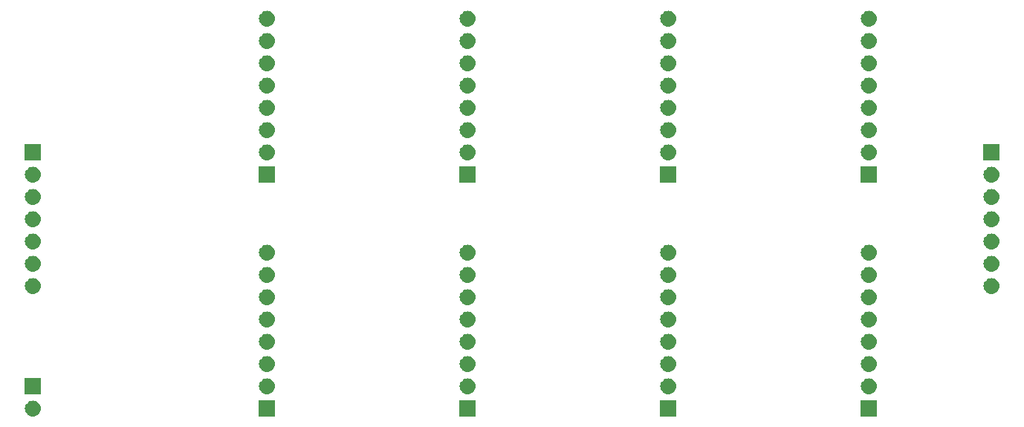
<source format=gbr>
G04 #@! TF.GenerationSoftware,KiCad,Pcbnew,5.1.0-060a0da~80~ubuntu16.04.1*
G04 #@! TF.CreationDate,2019-04-09T13:09:05+02:00*
G04 #@! TF.ProjectId,74HC595 Breakout,37344843-3539-4352-9042-7265616b6f75,rev?*
G04 #@! TF.SameCoordinates,Original*
G04 #@! TF.FileFunction,Soldermask,Bot*
G04 #@! TF.FilePolarity,Negative*
%FSLAX46Y46*%
G04 Gerber Fmt 4.6, Leading zero omitted, Abs format (unit mm)*
G04 Created by KiCad (PCBNEW 5.1.0-060a0da~80~ubuntu16.04.1) date 2019-04-09 13:09:05*
%MOMM*%
%LPD*%
G04 APERTURE LIST*
%ADD10C,0.100000*%
G04 APERTURE END LIST*
D10*
G36*
X106311000Y-108851000D02*
G01*
X104509000Y-108851000D01*
X104509000Y-107049000D01*
X106311000Y-107049000D01*
X106311000Y-108851000D01*
X106311000Y-108851000D01*
G37*
G36*
X152031000Y-108851000D02*
G01*
X150229000Y-108851000D01*
X150229000Y-107049000D01*
X152031000Y-107049000D01*
X152031000Y-108851000D01*
X152031000Y-108851000D01*
G37*
G36*
X78850442Y-107055518D02*
G01*
X78916627Y-107062037D01*
X79086466Y-107113557D01*
X79242991Y-107197222D01*
X79278729Y-107226552D01*
X79380186Y-107309814D01*
X79463448Y-107411271D01*
X79492778Y-107447009D01*
X79576443Y-107603534D01*
X79627963Y-107773373D01*
X79645359Y-107950000D01*
X79627963Y-108126627D01*
X79576443Y-108296466D01*
X79492778Y-108452991D01*
X79463448Y-108488729D01*
X79380186Y-108590186D01*
X79278729Y-108673448D01*
X79242991Y-108702778D01*
X79086466Y-108786443D01*
X78916627Y-108837963D01*
X78850442Y-108844482D01*
X78784260Y-108851000D01*
X78695740Y-108851000D01*
X78629558Y-108844482D01*
X78563373Y-108837963D01*
X78393534Y-108786443D01*
X78237009Y-108702778D01*
X78201271Y-108673448D01*
X78099814Y-108590186D01*
X78016552Y-108488729D01*
X77987222Y-108452991D01*
X77903557Y-108296466D01*
X77852037Y-108126627D01*
X77834641Y-107950000D01*
X77852037Y-107773373D01*
X77903557Y-107603534D01*
X77987222Y-107447009D01*
X78016552Y-107411271D01*
X78099814Y-107309814D01*
X78201271Y-107226552D01*
X78237009Y-107197222D01*
X78393534Y-107113557D01*
X78563373Y-107062037D01*
X78629558Y-107055518D01*
X78695740Y-107049000D01*
X78784260Y-107049000D01*
X78850442Y-107055518D01*
X78850442Y-107055518D01*
G37*
G36*
X129171000Y-108851000D02*
G01*
X127369000Y-108851000D01*
X127369000Y-107049000D01*
X129171000Y-107049000D01*
X129171000Y-108851000D01*
X129171000Y-108851000D01*
G37*
G36*
X174891000Y-108851000D02*
G01*
X173089000Y-108851000D01*
X173089000Y-107049000D01*
X174891000Y-107049000D01*
X174891000Y-108851000D01*
X174891000Y-108851000D01*
G37*
G36*
X128380443Y-104515519D02*
G01*
X128446627Y-104522037D01*
X128616466Y-104573557D01*
X128772991Y-104657222D01*
X128808729Y-104686552D01*
X128910186Y-104769814D01*
X128993448Y-104871271D01*
X129022778Y-104907009D01*
X129106443Y-105063534D01*
X129157963Y-105233373D01*
X129175359Y-105410000D01*
X129157963Y-105586627D01*
X129106443Y-105756466D01*
X129022778Y-105912991D01*
X128993448Y-105948729D01*
X128910186Y-106050186D01*
X128808729Y-106133448D01*
X128772991Y-106162778D01*
X128616466Y-106246443D01*
X128446627Y-106297963D01*
X128380442Y-106304482D01*
X128314260Y-106311000D01*
X128225740Y-106311000D01*
X128159558Y-106304482D01*
X128093373Y-106297963D01*
X127923534Y-106246443D01*
X127767009Y-106162778D01*
X127731271Y-106133448D01*
X127629814Y-106050186D01*
X127546552Y-105948729D01*
X127517222Y-105912991D01*
X127433557Y-105756466D01*
X127382037Y-105586627D01*
X127364641Y-105410000D01*
X127382037Y-105233373D01*
X127433557Y-105063534D01*
X127517222Y-104907009D01*
X127546552Y-104871271D01*
X127629814Y-104769814D01*
X127731271Y-104686552D01*
X127767009Y-104657222D01*
X127923534Y-104573557D01*
X128093373Y-104522037D01*
X128159557Y-104515519D01*
X128225740Y-104509000D01*
X128314260Y-104509000D01*
X128380443Y-104515519D01*
X128380443Y-104515519D01*
G37*
G36*
X174100443Y-104515519D02*
G01*
X174166627Y-104522037D01*
X174336466Y-104573557D01*
X174492991Y-104657222D01*
X174528729Y-104686552D01*
X174630186Y-104769814D01*
X174713448Y-104871271D01*
X174742778Y-104907009D01*
X174826443Y-105063534D01*
X174877963Y-105233373D01*
X174895359Y-105410000D01*
X174877963Y-105586627D01*
X174826443Y-105756466D01*
X174742778Y-105912991D01*
X174713448Y-105948729D01*
X174630186Y-106050186D01*
X174528729Y-106133448D01*
X174492991Y-106162778D01*
X174336466Y-106246443D01*
X174166627Y-106297963D01*
X174100442Y-106304482D01*
X174034260Y-106311000D01*
X173945740Y-106311000D01*
X173879558Y-106304482D01*
X173813373Y-106297963D01*
X173643534Y-106246443D01*
X173487009Y-106162778D01*
X173451271Y-106133448D01*
X173349814Y-106050186D01*
X173266552Y-105948729D01*
X173237222Y-105912991D01*
X173153557Y-105756466D01*
X173102037Y-105586627D01*
X173084641Y-105410000D01*
X173102037Y-105233373D01*
X173153557Y-105063534D01*
X173237222Y-104907009D01*
X173266552Y-104871271D01*
X173349814Y-104769814D01*
X173451271Y-104686552D01*
X173487009Y-104657222D01*
X173643534Y-104573557D01*
X173813373Y-104522037D01*
X173879557Y-104515519D01*
X173945740Y-104509000D01*
X174034260Y-104509000D01*
X174100443Y-104515519D01*
X174100443Y-104515519D01*
G37*
G36*
X79641000Y-106311000D02*
G01*
X77839000Y-106311000D01*
X77839000Y-104509000D01*
X79641000Y-104509000D01*
X79641000Y-106311000D01*
X79641000Y-106311000D01*
G37*
G36*
X151240443Y-104515519D02*
G01*
X151306627Y-104522037D01*
X151476466Y-104573557D01*
X151632991Y-104657222D01*
X151668729Y-104686552D01*
X151770186Y-104769814D01*
X151853448Y-104871271D01*
X151882778Y-104907009D01*
X151966443Y-105063534D01*
X152017963Y-105233373D01*
X152035359Y-105410000D01*
X152017963Y-105586627D01*
X151966443Y-105756466D01*
X151882778Y-105912991D01*
X151853448Y-105948729D01*
X151770186Y-106050186D01*
X151668729Y-106133448D01*
X151632991Y-106162778D01*
X151476466Y-106246443D01*
X151306627Y-106297963D01*
X151240442Y-106304482D01*
X151174260Y-106311000D01*
X151085740Y-106311000D01*
X151019558Y-106304482D01*
X150953373Y-106297963D01*
X150783534Y-106246443D01*
X150627009Y-106162778D01*
X150591271Y-106133448D01*
X150489814Y-106050186D01*
X150406552Y-105948729D01*
X150377222Y-105912991D01*
X150293557Y-105756466D01*
X150242037Y-105586627D01*
X150224641Y-105410000D01*
X150242037Y-105233373D01*
X150293557Y-105063534D01*
X150377222Y-104907009D01*
X150406552Y-104871271D01*
X150489814Y-104769814D01*
X150591271Y-104686552D01*
X150627009Y-104657222D01*
X150783534Y-104573557D01*
X150953373Y-104522037D01*
X151019557Y-104515519D01*
X151085740Y-104509000D01*
X151174260Y-104509000D01*
X151240443Y-104515519D01*
X151240443Y-104515519D01*
G37*
G36*
X105520443Y-104515519D02*
G01*
X105586627Y-104522037D01*
X105756466Y-104573557D01*
X105912991Y-104657222D01*
X105948729Y-104686552D01*
X106050186Y-104769814D01*
X106133448Y-104871271D01*
X106162778Y-104907009D01*
X106246443Y-105063534D01*
X106297963Y-105233373D01*
X106315359Y-105410000D01*
X106297963Y-105586627D01*
X106246443Y-105756466D01*
X106162778Y-105912991D01*
X106133448Y-105948729D01*
X106050186Y-106050186D01*
X105948729Y-106133448D01*
X105912991Y-106162778D01*
X105756466Y-106246443D01*
X105586627Y-106297963D01*
X105520442Y-106304482D01*
X105454260Y-106311000D01*
X105365740Y-106311000D01*
X105299558Y-106304482D01*
X105233373Y-106297963D01*
X105063534Y-106246443D01*
X104907009Y-106162778D01*
X104871271Y-106133448D01*
X104769814Y-106050186D01*
X104686552Y-105948729D01*
X104657222Y-105912991D01*
X104573557Y-105756466D01*
X104522037Y-105586627D01*
X104504641Y-105410000D01*
X104522037Y-105233373D01*
X104573557Y-105063534D01*
X104657222Y-104907009D01*
X104686552Y-104871271D01*
X104769814Y-104769814D01*
X104871271Y-104686552D01*
X104907009Y-104657222D01*
X105063534Y-104573557D01*
X105233373Y-104522037D01*
X105299557Y-104515519D01*
X105365740Y-104509000D01*
X105454260Y-104509000D01*
X105520443Y-104515519D01*
X105520443Y-104515519D01*
G37*
G36*
X174100442Y-101975518D02*
G01*
X174166627Y-101982037D01*
X174336466Y-102033557D01*
X174492991Y-102117222D01*
X174528729Y-102146552D01*
X174630186Y-102229814D01*
X174713448Y-102331271D01*
X174742778Y-102367009D01*
X174826443Y-102523534D01*
X174877963Y-102693373D01*
X174895359Y-102870000D01*
X174877963Y-103046627D01*
X174826443Y-103216466D01*
X174742778Y-103372991D01*
X174713448Y-103408729D01*
X174630186Y-103510186D01*
X174528729Y-103593448D01*
X174492991Y-103622778D01*
X174336466Y-103706443D01*
X174166627Y-103757963D01*
X174100443Y-103764481D01*
X174034260Y-103771000D01*
X173945740Y-103771000D01*
X173879557Y-103764481D01*
X173813373Y-103757963D01*
X173643534Y-103706443D01*
X173487009Y-103622778D01*
X173451271Y-103593448D01*
X173349814Y-103510186D01*
X173266552Y-103408729D01*
X173237222Y-103372991D01*
X173153557Y-103216466D01*
X173102037Y-103046627D01*
X173084641Y-102870000D01*
X173102037Y-102693373D01*
X173153557Y-102523534D01*
X173237222Y-102367009D01*
X173266552Y-102331271D01*
X173349814Y-102229814D01*
X173451271Y-102146552D01*
X173487009Y-102117222D01*
X173643534Y-102033557D01*
X173813373Y-101982037D01*
X173879558Y-101975518D01*
X173945740Y-101969000D01*
X174034260Y-101969000D01*
X174100442Y-101975518D01*
X174100442Y-101975518D01*
G37*
G36*
X151240442Y-101975518D02*
G01*
X151306627Y-101982037D01*
X151476466Y-102033557D01*
X151632991Y-102117222D01*
X151668729Y-102146552D01*
X151770186Y-102229814D01*
X151853448Y-102331271D01*
X151882778Y-102367009D01*
X151966443Y-102523534D01*
X152017963Y-102693373D01*
X152035359Y-102870000D01*
X152017963Y-103046627D01*
X151966443Y-103216466D01*
X151882778Y-103372991D01*
X151853448Y-103408729D01*
X151770186Y-103510186D01*
X151668729Y-103593448D01*
X151632991Y-103622778D01*
X151476466Y-103706443D01*
X151306627Y-103757963D01*
X151240443Y-103764481D01*
X151174260Y-103771000D01*
X151085740Y-103771000D01*
X151019557Y-103764481D01*
X150953373Y-103757963D01*
X150783534Y-103706443D01*
X150627009Y-103622778D01*
X150591271Y-103593448D01*
X150489814Y-103510186D01*
X150406552Y-103408729D01*
X150377222Y-103372991D01*
X150293557Y-103216466D01*
X150242037Y-103046627D01*
X150224641Y-102870000D01*
X150242037Y-102693373D01*
X150293557Y-102523534D01*
X150377222Y-102367009D01*
X150406552Y-102331271D01*
X150489814Y-102229814D01*
X150591271Y-102146552D01*
X150627009Y-102117222D01*
X150783534Y-102033557D01*
X150953373Y-101982037D01*
X151019558Y-101975518D01*
X151085740Y-101969000D01*
X151174260Y-101969000D01*
X151240442Y-101975518D01*
X151240442Y-101975518D01*
G37*
G36*
X105520442Y-101975518D02*
G01*
X105586627Y-101982037D01*
X105756466Y-102033557D01*
X105912991Y-102117222D01*
X105948729Y-102146552D01*
X106050186Y-102229814D01*
X106133448Y-102331271D01*
X106162778Y-102367009D01*
X106246443Y-102523534D01*
X106297963Y-102693373D01*
X106315359Y-102870000D01*
X106297963Y-103046627D01*
X106246443Y-103216466D01*
X106162778Y-103372991D01*
X106133448Y-103408729D01*
X106050186Y-103510186D01*
X105948729Y-103593448D01*
X105912991Y-103622778D01*
X105756466Y-103706443D01*
X105586627Y-103757963D01*
X105520443Y-103764481D01*
X105454260Y-103771000D01*
X105365740Y-103771000D01*
X105299557Y-103764481D01*
X105233373Y-103757963D01*
X105063534Y-103706443D01*
X104907009Y-103622778D01*
X104871271Y-103593448D01*
X104769814Y-103510186D01*
X104686552Y-103408729D01*
X104657222Y-103372991D01*
X104573557Y-103216466D01*
X104522037Y-103046627D01*
X104504641Y-102870000D01*
X104522037Y-102693373D01*
X104573557Y-102523534D01*
X104657222Y-102367009D01*
X104686552Y-102331271D01*
X104769814Y-102229814D01*
X104871271Y-102146552D01*
X104907009Y-102117222D01*
X105063534Y-102033557D01*
X105233373Y-101982037D01*
X105299558Y-101975518D01*
X105365740Y-101969000D01*
X105454260Y-101969000D01*
X105520442Y-101975518D01*
X105520442Y-101975518D01*
G37*
G36*
X128380442Y-101975518D02*
G01*
X128446627Y-101982037D01*
X128616466Y-102033557D01*
X128772991Y-102117222D01*
X128808729Y-102146552D01*
X128910186Y-102229814D01*
X128993448Y-102331271D01*
X129022778Y-102367009D01*
X129106443Y-102523534D01*
X129157963Y-102693373D01*
X129175359Y-102870000D01*
X129157963Y-103046627D01*
X129106443Y-103216466D01*
X129022778Y-103372991D01*
X128993448Y-103408729D01*
X128910186Y-103510186D01*
X128808729Y-103593448D01*
X128772991Y-103622778D01*
X128616466Y-103706443D01*
X128446627Y-103757963D01*
X128380443Y-103764481D01*
X128314260Y-103771000D01*
X128225740Y-103771000D01*
X128159557Y-103764481D01*
X128093373Y-103757963D01*
X127923534Y-103706443D01*
X127767009Y-103622778D01*
X127731271Y-103593448D01*
X127629814Y-103510186D01*
X127546552Y-103408729D01*
X127517222Y-103372991D01*
X127433557Y-103216466D01*
X127382037Y-103046627D01*
X127364641Y-102870000D01*
X127382037Y-102693373D01*
X127433557Y-102523534D01*
X127517222Y-102367009D01*
X127546552Y-102331271D01*
X127629814Y-102229814D01*
X127731271Y-102146552D01*
X127767009Y-102117222D01*
X127923534Y-102033557D01*
X128093373Y-101982037D01*
X128159558Y-101975518D01*
X128225740Y-101969000D01*
X128314260Y-101969000D01*
X128380442Y-101975518D01*
X128380442Y-101975518D01*
G37*
G36*
X151240443Y-99435519D02*
G01*
X151306627Y-99442037D01*
X151476466Y-99493557D01*
X151632991Y-99577222D01*
X151668729Y-99606552D01*
X151770186Y-99689814D01*
X151853448Y-99791271D01*
X151882778Y-99827009D01*
X151966443Y-99983534D01*
X152017963Y-100153373D01*
X152035359Y-100330000D01*
X152017963Y-100506627D01*
X151966443Y-100676466D01*
X151882778Y-100832991D01*
X151853448Y-100868729D01*
X151770186Y-100970186D01*
X151668729Y-101053448D01*
X151632991Y-101082778D01*
X151476466Y-101166443D01*
X151306627Y-101217963D01*
X151240443Y-101224481D01*
X151174260Y-101231000D01*
X151085740Y-101231000D01*
X151019558Y-101224482D01*
X150953373Y-101217963D01*
X150783534Y-101166443D01*
X150627009Y-101082778D01*
X150591271Y-101053448D01*
X150489814Y-100970186D01*
X150406552Y-100868729D01*
X150377222Y-100832991D01*
X150293557Y-100676466D01*
X150242037Y-100506627D01*
X150224641Y-100330000D01*
X150242037Y-100153373D01*
X150293557Y-99983534D01*
X150377222Y-99827009D01*
X150406552Y-99791271D01*
X150489814Y-99689814D01*
X150591271Y-99606552D01*
X150627009Y-99577222D01*
X150783534Y-99493557D01*
X150953373Y-99442037D01*
X151019558Y-99435518D01*
X151085740Y-99429000D01*
X151174260Y-99429000D01*
X151240443Y-99435519D01*
X151240443Y-99435519D01*
G37*
G36*
X105520443Y-99435519D02*
G01*
X105586627Y-99442037D01*
X105756466Y-99493557D01*
X105912991Y-99577222D01*
X105948729Y-99606552D01*
X106050186Y-99689814D01*
X106133448Y-99791271D01*
X106162778Y-99827009D01*
X106246443Y-99983534D01*
X106297963Y-100153373D01*
X106315359Y-100330000D01*
X106297963Y-100506627D01*
X106246443Y-100676466D01*
X106162778Y-100832991D01*
X106133448Y-100868729D01*
X106050186Y-100970186D01*
X105948729Y-101053448D01*
X105912991Y-101082778D01*
X105756466Y-101166443D01*
X105586627Y-101217963D01*
X105520443Y-101224481D01*
X105454260Y-101231000D01*
X105365740Y-101231000D01*
X105299558Y-101224482D01*
X105233373Y-101217963D01*
X105063534Y-101166443D01*
X104907009Y-101082778D01*
X104871271Y-101053448D01*
X104769814Y-100970186D01*
X104686552Y-100868729D01*
X104657222Y-100832991D01*
X104573557Y-100676466D01*
X104522037Y-100506627D01*
X104504641Y-100330000D01*
X104522037Y-100153373D01*
X104573557Y-99983534D01*
X104657222Y-99827009D01*
X104686552Y-99791271D01*
X104769814Y-99689814D01*
X104871271Y-99606552D01*
X104907009Y-99577222D01*
X105063534Y-99493557D01*
X105233373Y-99442037D01*
X105299558Y-99435518D01*
X105365740Y-99429000D01*
X105454260Y-99429000D01*
X105520443Y-99435519D01*
X105520443Y-99435519D01*
G37*
G36*
X128380443Y-99435519D02*
G01*
X128446627Y-99442037D01*
X128616466Y-99493557D01*
X128772991Y-99577222D01*
X128808729Y-99606552D01*
X128910186Y-99689814D01*
X128993448Y-99791271D01*
X129022778Y-99827009D01*
X129106443Y-99983534D01*
X129157963Y-100153373D01*
X129175359Y-100330000D01*
X129157963Y-100506627D01*
X129106443Y-100676466D01*
X129022778Y-100832991D01*
X128993448Y-100868729D01*
X128910186Y-100970186D01*
X128808729Y-101053448D01*
X128772991Y-101082778D01*
X128616466Y-101166443D01*
X128446627Y-101217963D01*
X128380443Y-101224481D01*
X128314260Y-101231000D01*
X128225740Y-101231000D01*
X128159558Y-101224482D01*
X128093373Y-101217963D01*
X127923534Y-101166443D01*
X127767009Y-101082778D01*
X127731271Y-101053448D01*
X127629814Y-100970186D01*
X127546552Y-100868729D01*
X127517222Y-100832991D01*
X127433557Y-100676466D01*
X127382037Y-100506627D01*
X127364641Y-100330000D01*
X127382037Y-100153373D01*
X127433557Y-99983534D01*
X127517222Y-99827009D01*
X127546552Y-99791271D01*
X127629814Y-99689814D01*
X127731271Y-99606552D01*
X127767009Y-99577222D01*
X127923534Y-99493557D01*
X128093373Y-99442037D01*
X128159558Y-99435518D01*
X128225740Y-99429000D01*
X128314260Y-99429000D01*
X128380443Y-99435519D01*
X128380443Y-99435519D01*
G37*
G36*
X174100443Y-99435519D02*
G01*
X174166627Y-99442037D01*
X174336466Y-99493557D01*
X174492991Y-99577222D01*
X174528729Y-99606552D01*
X174630186Y-99689814D01*
X174713448Y-99791271D01*
X174742778Y-99827009D01*
X174826443Y-99983534D01*
X174877963Y-100153373D01*
X174895359Y-100330000D01*
X174877963Y-100506627D01*
X174826443Y-100676466D01*
X174742778Y-100832991D01*
X174713448Y-100868729D01*
X174630186Y-100970186D01*
X174528729Y-101053448D01*
X174492991Y-101082778D01*
X174336466Y-101166443D01*
X174166627Y-101217963D01*
X174100443Y-101224481D01*
X174034260Y-101231000D01*
X173945740Y-101231000D01*
X173879558Y-101224482D01*
X173813373Y-101217963D01*
X173643534Y-101166443D01*
X173487009Y-101082778D01*
X173451271Y-101053448D01*
X173349814Y-100970186D01*
X173266552Y-100868729D01*
X173237222Y-100832991D01*
X173153557Y-100676466D01*
X173102037Y-100506627D01*
X173084641Y-100330000D01*
X173102037Y-100153373D01*
X173153557Y-99983534D01*
X173237222Y-99827009D01*
X173266552Y-99791271D01*
X173349814Y-99689814D01*
X173451271Y-99606552D01*
X173487009Y-99577222D01*
X173643534Y-99493557D01*
X173813373Y-99442037D01*
X173879558Y-99435518D01*
X173945740Y-99429000D01*
X174034260Y-99429000D01*
X174100443Y-99435519D01*
X174100443Y-99435519D01*
G37*
G36*
X151240442Y-96895518D02*
G01*
X151306627Y-96902037D01*
X151476466Y-96953557D01*
X151632991Y-97037222D01*
X151668729Y-97066552D01*
X151770186Y-97149814D01*
X151853448Y-97251271D01*
X151882778Y-97287009D01*
X151966443Y-97443534D01*
X152017963Y-97613373D01*
X152035359Y-97790000D01*
X152017963Y-97966627D01*
X151966443Y-98136466D01*
X151882778Y-98292991D01*
X151853448Y-98328729D01*
X151770186Y-98430186D01*
X151668729Y-98513448D01*
X151632991Y-98542778D01*
X151476466Y-98626443D01*
X151306627Y-98677963D01*
X151240442Y-98684482D01*
X151174260Y-98691000D01*
X151085740Y-98691000D01*
X151019558Y-98684482D01*
X150953373Y-98677963D01*
X150783534Y-98626443D01*
X150627009Y-98542778D01*
X150591271Y-98513448D01*
X150489814Y-98430186D01*
X150406552Y-98328729D01*
X150377222Y-98292991D01*
X150293557Y-98136466D01*
X150242037Y-97966627D01*
X150224641Y-97790000D01*
X150242037Y-97613373D01*
X150293557Y-97443534D01*
X150377222Y-97287009D01*
X150406552Y-97251271D01*
X150489814Y-97149814D01*
X150591271Y-97066552D01*
X150627009Y-97037222D01*
X150783534Y-96953557D01*
X150953373Y-96902037D01*
X151019558Y-96895518D01*
X151085740Y-96889000D01*
X151174260Y-96889000D01*
X151240442Y-96895518D01*
X151240442Y-96895518D01*
G37*
G36*
X128380442Y-96895518D02*
G01*
X128446627Y-96902037D01*
X128616466Y-96953557D01*
X128772991Y-97037222D01*
X128808729Y-97066552D01*
X128910186Y-97149814D01*
X128993448Y-97251271D01*
X129022778Y-97287009D01*
X129106443Y-97443534D01*
X129157963Y-97613373D01*
X129175359Y-97790000D01*
X129157963Y-97966627D01*
X129106443Y-98136466D01*
X129022778Y-98292991D01*
X128993448Y-98328729D01*
X128910186Y-98430186D01*
X128808729Y-98513448D01*
X128772991Y-98542778D01*
X128616466Y-98626443D01*
X128446627Y-98677963D01*
X128380442Y-98684482D01*
X128314260Y-98691000D01*
X128225740Y-98691000D01*
X128159558Y-98684482D01*
X128093373Y-98677963D01*
X127923534Y-98626443D01*
X127767009Y-98542778D01*
X127731271Y-98513448D01*
X127629814Y-98430186D01*
X127546552Y-98328729D01*
X127517222Y-98292991D01*
X127433557Y-98136466D01*
X127382037Y-97966627D01*
X127364641Y-97790000D01*
X127382037Y-97613373D01*
X127433557Y-97443534D01*
X127517222Y-97287009D01*
X127546552Y-97251271D01*
X127629814Y-97149814D01*
X127731271Y-97066552D01*
X127767009Y-97037222D01*
X127923534Y-96953557D01*
X128093373Y-96902037D01*
X128159558Y-96895518D01*
X128225740Y-96889000D01*
X128314260Y-96889000D01*
X128380442Y-96895518D01*
X128380442Y-96895518D01*
G37*
G36*
X174100442Y-96895518D02*
G01*
X174166627Y-96902037D01*
X174336466Y-96953557D01*
X174492991Y-97037222D01*
X174528729Y-97066552D01*
X174630186Y-97149814D01*
X174713448Y-97251271D01*
X174742778Y-97287009D01*
X174826443Y-97443534D01*
X174877963Y-97613373D01*
X174895359Y-97790000D01*
X174877963Y-97966627D01*
X174826443Y-98136466D01*
X174742778Y-98292991D01*
X174713448Y-98328729D01*
X174630186Y-98430186D01*
X174528729Y-98513448D01*
X174492991Y-98542778D01*
X174336466Y-98626443D01*
X174166627Y-98677963D01*
X174100442Y-98684482D01*
X174034260Y-98691000D01*
X173945740Y-98691000D01*
X173879558Y-98684482D01*
X173813373Y-98677963D01*
X173643534Y-98626443D01*
X173487009Y-98542778D01*
X173451271Y-98513448D01*
X173349814Y-98430186D01*
X173266552Y-98328729D01*
X173237222Y-98292991D01*
X173153557Y-98136466D01*
X173102037Y-97966627D01*
X173084641Y-97790000D01*
X173102037Y-97613373D01*
X173153557Y-97443534D01*
X173237222Y-97287009D01*
X173266552Y-97251271D01*
X173349814Y-97149814D01*
X173451271Y-97066552D01*
X173487009Y-97037222D01*
X173643534Y-96953557D01*
X173813373Y-96902037D01*
X173879558Y-96895518D01*
X173945740Y-96889000D01*
X174034260Y-96889000D01*
X174100442Y-96895518D01*
X174100442Y-96895518D01*
G37*
G36*
X105520442Y-96895518D02*
G01*
X105586627Y-96902037D01*
X105756466Y-96953557D01*
X105912991Y-97037222D01*
X105948729Y-97066552D01*
X106050186Y-97149814D01*
X106133448Y-97251271D01*
X106162778Y-97287009D01*
X106246443Y-97443534D01*
X106297963Y-97613373D01*
X106315359Y-97790000D01*
X106297963Y-97966627D01*
X106246443Y-98136466D01*
X106162778Y-98292991D01*
X106133448Y-98328729D01*
X106050186Y-98430186D01*
X105948729Y-98513448D01*
X105912991Y-98542778D01*
X105756466Y-98626443D01*
X105586627Y-98677963D01*
X105520442Y-98684482D01*
X105454260Y-98691000D01*
X105365740Y-98691000D01*
X105299558Y-98684482D01*
X105233373Y-98677963D01*
X105063534Y-98626443D01*
X104907009Y-98542778D01*
X104871271Y-98513448D01*
X104769814Y-98430186D01*
X104686552Y-98328729D01*
X104657222Y-98292991D01*
X104573557Y-98136466D01*
X104522037Y-97966627D01*
X104504641Y-97790000D01*
X104522037Y-97613373D01*
X104573557Y-97443534D01*
X104657222Y-97287009D01*
X104686552Y-97251271D01*
X104769814Y-97149814D01*
X104871271Y-97066552D01*
X104907009Y-97037222D01*
X105063534Y-96953557D01*
X105233373Y-96902037D01*
X105299558Y-96895518D01*
X105365740Y-96889000D01*
X105454260Y-96889000D01*
X105520442Y-96895518D01*
X105520442Y-96895518D01*
G37*
G36*
X105520442Y-94355518D02*
G01*
X105586627Y-94362037D01*
X105756466Y-94413557D01*
X105912991Y-94497222D01*
X105948729Y-94526552D01*
X106050186Y-94609814D01*
X106133448Y-94711271D01*
X106162778Y-94747009D01*
X106246443Y-94903534D01*
X106297963Y-95073373D01*
X106315359Y-95250000D01*
X106297963Y-95426627D01*
X106246443Y-95596466D01*
X106162778Y-95752991D01*
X106133448Y-95788729D01*
X106050186Y-95890186D01*
X105948729Y-95973448D01*
X105912991Y-96002778D01*
X105756466Y-96086443D01*
X105586627Y-96137963D01*
X105520443Y-96144481D01*
X105454260Y-96151000D01*
X105365740Y-96151000D01*
X105299558Y-96144482D01*
X105233373Y-96137963D01*
X105063534Y-96086443D01*
X104907009Y-96002778D01*
X104871271Y-95973448D01*
X104769814Y-95890186D01*
X104686552Y-95788729D01*
X104657222Y-95752991D01*
X104573557Y-95596466D01*
X104522037Y-95426627D01*
X104504641Y-95250000D01*
X104522037Y-95073373D01*
X104573557Y-94903534D01*
X104657222Y-94747009D01*
X104686552Y-94711271D01*
X104769814Y-94609814D01*
X104871271Y-94526552D01*
X104907009Y-94497222D01*
X105063534Y-94413557D01*
X105233373Y-94362037D01*
X105299558Y-94355518D01*
X105365740Y-94349000D01*
X105454260Y-94349000D01*
X105520442Y-94355518D01*
X105520442Y-94355518D01*
G37*
G36*
X128380442Y-94355518D02*
G01*
X128446627Y-94362037D01*
X128616466Y-94413557D01*
X128772991Y-94497222D01*
X128808729Y-94526552D01*
X128910186Y-94609814D01*
X128993448Y-94711271D01*
X129022778Y-94747009D01*
X129106443Y-94903534D01*
X129157963Y-95073373D01*
X129175359Y-95250000D01*
X129157963Y-95426627D01*
X129106443Y-95596466D01*
X129022778Y-95752991D01*
X128993448Y-95788729D01*
X128910186Y-95890186D01*
X128808729Y-95973448D01*
X128772991Y-96002778D01*
X128616466Y-96086443D01*
X128446627Y-96137963D01*
X128380443Y-96144481D01*
X128314260Y-96151000D01*
X128225740Y-96151000D01*
X128159558Y-96144482D01*
X128093373Y-96137963D01*
X127923534Y-96086443D01*
X127767009Y-96002778D01*
X127731271Y-95973448D01*
X127629814Y-95890186D01*
X127546552Y-95788729D01*
X127517222Y-95752991D01*
X127433557Y-95596466D01*
X127382037Y-95426627D01*
X127364641Y-95250000D01*
X127382037Y-95073373D01*
X127433557Y-94903534D01*
X127517222Y-94747009D01*
X127546552Y-94711271D01*
X127629814Y-94609814D01*
X127731271Y-94526552D01*
X127767009Y-94497222D01*
X127923534Y-94413557D01*
X128093373Y-94362037D01*
X128159557Y-94355519D01*
X128225740Y-94349000D01*
X128314260Y-94349000D01*
X128380442Y-94355518D01*
X128380442Y-94355518D01*
G37*
G36*
X174100442Y-94355518D02*
G01*
X174166627Y-94362037D01*
X174336466Y-94413557D01*
X174492991Y-94497222D01*
X174528729Y-94526552D01*
X174630186Y-94609814D01*
X174713448Y-94711271D01*
X174742778Y-94747009D01*
X174826443Y-94903534D01*
X174877963Y-95073373D01*
X174895359Y-95250000D01*
X174877963Y-95426627D01*
X174826443Y-95596466D01*
X174742778Y-95752991D01*
X174713448Y-95788729D01*
X174630186Y-95890186D01*
X174528729Y-95973448D01*
X174492991Y-96002778D01*
X174336466Y-96086443D01*
X174166627Y-96137963D01*
X174100443Y-96144481D01*
X174034260Y-96151000D01*
X173945740Y-96151000D01*
X173879558Y-96144482D01*
X173813373Y-96137963D01*
X173643534Y-96086443D01*
X173487009Y-96002778D01*
X173451271Y-95973448D01*
X173349814Y-95890186D01*
X173266552Y-95788729D01*
X173237222Y-95752991D01*
X173153557Y-95596466D01*
X173102037Y-95426627D01*
X173084641Y-95250000D01*
X173102037Y-95073373D01*
X173153557Y-94903534D01*
X173237222Y-94747009D01*
X173266552Y-94711271D01*
X173349814Y-94609814D01*
X173451271Y-94526552D01*
X173487009Y-94497222D01*
X173643534Y-94413557D01*
X173813373Y-94362037D01*
X173879557Y-94355519D01*
X173945740Y-94349000D01*
X174034260Y-94349000D01*
X174100442Y-94355518D01*
X174100442Y-94355518D01*
G37*
G36*
X151240442Y-94355518D02*
G01*
X151306627Y-94362037D01*
X151476466Y-94413557D01*
X151632991Y-94497222D01*
X151668729Y-94526552D01*
X151770186Y-94609814D01*
X151853448Y-94711271D01*
X151882778Y-94747009D01*
X151966443Y-94903534D01*
X152017963Y-95073373D01*
X152035359Y-95250000D01*
X152017963Y-95426627D01*
X151966443Y-95596466D01*
X151882778Y-95752991D01*
X151853448Y-95788729D01*
X151770186Y-95890186D01*
X151668729Y-95973448D01*
X151632991Y-96002778D01*
X151476466Y-96086443D01*
X151306627Y-96137963D01*
X151240443Y-96144481D01*
X151174260Y-96151000D01*
X151085740Y-96151000D01*
X151019558Y-96144482D01*
X150953373Y-96137963D01*
X150783534Y-96086443D01*
X150627009Y-96002778D01*
X150591271Y-95973448D01*
X150489814Y-95890186D01*
X150406552Y-95788729D01*
X150377222Y-95752991D01*
X150293557Y-95596466D01*
X150242037Y-95426627D01*
X150224641Y-95250000D01*
X150242037Y-95073373D01*
X150293557Y-94903534D01*
X150377222Y-94747009D01*
X150406552Y-94711271D01*
X150489814Y-94609814D01*
X150591271Y-94526552D01*
X150627009Y-94497222D01*
X150783534Y-94413557D01*
X150953373Y-94362037D01*
X151019557Y-94355519D01*
X151085740Y-94349000D01*
X151174260Y-94349000D01*
X151240442Y-94355518D01*
X151240442Y-94355518D01*
G37*
G36*
X188070443Y-93085519D02*
G01*
X188136627Y-93092037D01*
X188306466Y-93143557D01*
X188462991Y-93227222D01*
X188498729Y-93256552D01*
X188600186Y-93339814D01*
X188683448Y-93441271D01*
X188712778Y-93477009D01*
X188796443Y-93633534D01*
X188847963Y-93803373D01*
X188865359Y-93980000D01*
X188847963Y-94156627D01*
X188796443Y-94326466D01*
X188712778Y-94482991D01*
X188683448Y-94518729D01*
X188600186Y-94620186D01*
X188498729Y-94703448D01*
X188462991Y-94732778D01*
X188306466Y-94816443D01*
X188136627Y-94867963D01*
X188070443Y-94874481D01*
X188004260Y-94881000D01*
X187915740Y-94881000D01*
X187849557Y-94874481D01*
X187783373Y-94867963D01*
X187613534Y-94816443D01*
X187457009Y-94732778D01*
X187421271Y-94703448D01*
X187319814Y-94620186D01*
X187236552Y-94518729D01*
X187207222Y-94482991D01*
X187123557Y-94326466D01*
X187072037Y-94156627D01*
X187054641Y-93980000D01*
X187072037Y-93803373D01*
X187123557Y-93633534D01*
X187207222Y-93477009D01*
X187236552Y-93441271D01*
X187319814Y-93339814D01*
X187421271Y-93256552D01*
X187457009Y-93227222D01*
X187613534Y-93143557D01*
X187783373Y-93092037D01*
X187849557Y-93085519D01*
X187915740Y-93079000D01*
X188004260Y-93079000D01*
X188070443Y-93085519D01*
X188070443Y-93085519D01*
G37*
G36*
X78850443Y-93085519D02*
G01*
X78916627Y-93092037D01*
X79086466Y-93143557D01*
X79242991Y-93227222D01*
X79278729Y-93256552D01*
X79380186Y-93339814D01*
X79463448Y-93441271D01*
X79492778Y-93477009D01*
X79576443Y-93633534D01*
X79627963Y-93803373D01*
X79645359Y-93980000D01*
X79627963Y-94156627D01*
X79576443Y-94326466D01*
X79492778Y-94482991D01*
X79463448Y-94518729D01*
X79380186Y-94620186D01*
X79278729Y-94703448D01*
X79242991Y-94732778D01*
X79086466Y-94816443D01*
X78916627Y-94867963D01*
X78850443Y-94874481D01*
X78784260Y-94881000D01*
X78695740Y-94881000D01*
X78629557Y-94874481D01*
X78563373Y-94867963D01*
X78393534Y-94816443D01*
X78237009Y-94732778D01*
X78201271Y-94703448D01*
X78099814Y-94620186D01*
X78016552Y-94518729D01*
X77987222Y-94482991D01*
X77903557Y-94326466D01*
X77852037Y-94156627D01*
X77834641Y-93980000D01*
X77852037Y-93803373D01*
X77903557Y-93633534D01*
X77987222Y-93477009D01*
X78016552Y-93441271D01*
X78099814Y-93339814D01*
X78201271Y-93256552D01*
X78237009Y-93227222D01*
X78393534Y-93143557D01*
X78563373Y-93092037D01*
X78629557Y-93085519D01*
X78695740Y-93079000D01*
X78784260Y-93079000D01*
X78850443Y-93085519D01*
X78850443Y-93085519D01*
G37*
G36*
X151240442Y-91815518D02*
G01*
X151306627Y-91822037D01*
X151476466Y-91873557D01*
X151632991Y-91957222D01*
X151668729Y-91986552D01*
X151770186Y-92069814D01*
X151853448Y-92171271D01*
X151882778Y-92207009D01*
X151966443Y-92363534D01*
X152017963Y-92533373D01*
X152035359Y-92710000D01*
X152017963Y-92886627D01*
X151966443Y-93056466D01*
X151882778Y-93212991D01*
X151853448Y-93248729D01*
X151770186Y-93350186D01*
X151668729Y-93433448D01*
X151632991Y-93462778D01*
X151476466Y-93546443D01*
X151306627Y-93597963D01*
X151240442Y-93604482D01*
X151174260Y-93611000D01*
X151085740Y-93611000D01*
X151019557Y-93604481D01*
X150953373Y-93597963D01*
X150783534Y-93546443D01*
X150627009Y-93462778D01*
X150591271Y-93433448D01*
X150489814Y-93350186D01*
X150406552Y-93248729D01*
X150377222Y-93212991D01*
X150293557Y-93056466D01*
X150242037Y-92886627D01*
X150224641Y-92710000D01*
X150242037Y-92533373D01*
X150293557Y-92363534D01*
X150377222Y-92207009D01*
X150406552Y-92171271D01*
X150489814Y-92069814D01*
X150591271Y-91986552D01*
X150627009Y-91957222D01*
X150783534Y-91873557D01*
X150953373Y-91822037D01*
X151019558Y-91815518D01*
X151085740Y-91809000D01*
X151174260Y-91809000D01*
X151240442Y-91815518D01*
X151240442Y-91815518D01*
G37*
G36*
X174100442Y-91815518D02*
G01*
X174166627Y-91822037D01*
X174336466Y-91873557D01*
X174492991Y-91957222D01*
X174528729Y-91986552D01*
X174630186Y-92069814D01*
X174713448Y-92171271D01*
X174742778Y-92207009D01*
X174826443Y-92363534D01*
X174877963Y-92533373D01*
X174895359Y-92710000D01*
X174877963Y-92886627D01*
X174826443Y-93056466D01*
X174742778Y-93212991D01*
X174713448Y-93248729D01*
X174630186Y-93350186D01*
X174528729Y-93433448D01*
X174492991Y-93462778D01*
X174336466Y-93546443D01*
X174166627Y-93597963D01*
X174100442Y-93604482D01*
X174034260Y-93611000D01*
X173945740Y-93611000D01*
X173879557Y-93604481D01*
X173813373Y-93597963D01*
X173643534Y-93546443D01*
X173487009Y-93462778D01*
X173451271Y-93433448D01*
X173349814Y-93350186D01*
X173266552Y-93248729D01*
X173237222Y-93212991D01*
X173153557Y-93056466D01*
X173102037Y-92886627D01*
X173084641Y-92710000D01*
X173102037Y-92533373D01*
X173153557Y-92363534D01*
X173237222Y-92207009D01*
X173266552Y-92171271D01*
X173349814Y-92069814D01*
X173451271Y-91986552D01*
X173487009Y-91957222D01*
X173643534Y-91873557D01*
X173813373Y-91822037D01*
X173879558Y-91815518D01*
X173945740Y-91809000D01*
X174034260Y-91809000D01*
X174100442Y-91815518D01*
X174100442Y-91815518D01*
G37*
G36*
X128380442Y-91815518D02*
G01*
X128446627Y-91822037D01*
X128616466Y-91873557D01*
X128772991Y-91957222D01*
X128808729Y-91986552D01*
X128910186Y-92069814D01*
X128993448Y-92171271D01*
X129022778Y-92207009D01*
X129106443Y-92363534D01*
X129157963Y-92533373D01*
X129175359Y-92710000D01*
X129157963Y-92886627D01*
X129106443Y-93056466D01*
X129022778Y-93212991D01*
X128993448Y-93248729D01*
X128910186Y-93350186D01*
X128808729Y-93433448D01*
X128772991Y-93462778D01*
X128616466Y-93546443D01*
X128446627Y-93597963D01*
X128380442Y-93604482D01*
X128314260Y-93611000D01*
X128225740Y-93611000D01*
X128159557Y-93604481D01*
X128093373Y-93597963D01*
X127923534Y-93546443D01*
X127767009Y-93462778D01*
X127731271Y-93433448D01*
X127629814Y-93350186D01*
X127546552Y-93248729D01*
X127517222Y-93212991D01*
X127433557Y-93056466D01*
X127382037Y-92886627D01*
X127364641Y-92710000D01*
X127382037Y-92533373D01*
X127433557Y-92363534D01*
X127517222Y-92207009D01*
X127546552Y-92171271D01*
X127629814Y-92069814D01*
X127731271Y-91986552D01*
X127767009Y-91957222D01*
X127923534Y-91873557D01*
X128093373Y-91822037D01*
X128159558Y-91815518D01*
X128225740Y-91809000D01*
X128314260Y-91809000D01*
X128380442Y-91815518D01*
X128380442Y-91815518D01*
G37*
G36*
X105520442Y-91815518D02*
G01*
X105586627Y-91822037D01*
X105756466Y-91873557D01*
X105912991Y-91957222D01*
X105948729Y-91986552D01*
X106050186Y-92069814D01*
X106133448Y-92171271D01*
X106162778Y-92207009D01*
X106246443Y-92363534D01*
X106297963Y-92533373D01*
X106315359Y-92710000D01*
X106297963Y-92886627D01*
X106246443Y-93056466D01*
X106162778Y-93212991D01*
X106133448Y-93248729D01*
X106050186Y-93350186D01*
X105948729Y-93433448D01*
X105912991Y-93462778D01*
X105756466Y-93546443D01*
X105586627Y-93597963D01*
X105520443Y-93604481D01*
X105454260Y-93611000D01*
X105365740Y-93611000D01*
X105299557Y-93604481D01*
X105233373Y-93597963D01*
X105063534Y-93546443D01*
X104907009Y-93462778D01*
X104871271Y-93433448D01*
X104769814Y-93350186D01*
X104686552Y-93248729D01*
X104657222Y-93212991D01*
X104573557Y-93056466D01*
X104522037Y-92886627D01*
X104504641Y-92710000D01*
X104522037Y-92533373D01*
X104573557Y-92363534D01*
X104657222Y-92207009D01*
X104686552Y-92171271D01*
X104769814Y-92069814D01*
X104871271Y-91986552D01*
X104907009Y-91957222D01*
X105063534Y-91873557D01*
X105233373Y-91822037D01*
X105299558Y-91815518D01*
X105365740Y-91809000D01*
X105454260Y-91809000D01*
X105520442Y-91815518D01*
X105520442Y-91815518D01*
G37*
G36*
X78850443Y-90545519D02*
G01*
X78916627Y-90552037D01*
X79086466Y-90603557D01*
X79242991Y-90687222D01*
X79278729Y-90716552D01*
X79380186Y-90799814D01*
X79463448Y-90901271D01*
X79492778Y-90937009D01*
X79576443Y-91093534D01*
X79627963Y-91263373D01*
X79645359Y-91440000D01*
X79627963Y-91616627D01*
X79576443Y-91786466D01*
X79492778Y-91942991D01*
X79463448Y-91978729D01*
X79380186Y-92080186D01*
X79278729Y-92163448D01*
X79242991Y-92192778D01*
X79086466Y-92276443D01*
X78916627Y-92327963D01*
X78850443Y-92334481D01*
X78784260Y-92341000D01*
X78695740Y-92341000D01*
X78629557Y-92334481D01*
X78563373Y-92327963D01*
X78393534Y-92276443D01*
X78237009Y-92192778D01*
X78201271Y-92163448D01*
X78099814Y-92080186D01*
X78016552Y-91978729D01*
X77987222Y-91942991D01*
X77903557Y-91786466D01*
X77852037Y-91616627D01*
X77834641Y-91440000D01*
X77852037Y-91263373D01*
X77903557Y-91093534D01*
X77987222Y-90937009D01*
X78016552Y-90901271D01*
X78099814Y-90799814D01*
X78201271Y-90716552D01*
X78237009Y-90687222D01*
X78393534Y-90603557D01*
X78563373Y-90552037D01*
X78629557Y-90545519D01*
X78695740Y-90539000D01*
X78784260Y-90539000D01*
X78850443Y-90545519D01*
X78850443Y-90545519D01*
G37*
G36*
X188070443Y-90545519D02*
G01*
X188136627Y-90552037D01*
X188306466Y-90603557D01*
X188462991Y-90687222D01*
X188498729Y-90716552D01*
X188600186Y-90799814D01*
X188683448Y-90901271D01*
X188712778Y-90937009D01*
X188796443Y-91093534D01*
X188847963Y-91263373D01*
X188865359Y-91440000D01*
X188847963Y-91616627D01*
X188796443Y-91786466D01*
X188712778Y-91942991D01*
X188683448Y-91978729D01*
X188600186Y-92080186D01*
X188498729Y-92163448D01*
X188462991Y-92192778D01*
X188306466Y-92276443D01*
X188136627Y-92327963D01*
X188070443Y-92334481D01*
X188004260Y-92341000D01*
X187915740Y-92341000D01*
X187849557Y-92334481D01*
X187783373Y-92327963D01*
X187613534Y-92276443D01*
X187457009Y-92192778D01*
X187421271Y-92163448D01*
X187319814Y-92080186D01*
X187236552Y-91978729D01*
X187207222Y-91942991D01*
X187123557Y-91786466D01*
X187072037Y-91616627D01*
X187054641Y-91440000D01*
X187072037Y-91263373D01*
X187123557Y-91093534D01*
X187207222Y-90937009D01*
X187236552Y-90901271D01*
X187319814Y-90799814D01*
X187421271Y-90716552D01*
X187457009Y-90687222D01*
X187613534Y-90603557D01*
X187783373Y-90552037D01*
X187849558Y-90545518D01*
X187915740Y-90539000D01*
X188004260Y-90539000D01*
X188070443Y-90545519D01*
X188070443Y-90545519D01*
G37*
G36*
X151240443Y-89275519D02*
G01*
X151306627Y-89282037D01*
X151476466Y-89333557D01*
X151632991Y-89417222D01*
X151668729Y-89446552D01*
X151770186Y-89529814D01*
X151853448Y-89631271D01*
X151882778Y-89667009D01*
X151966443Y-89823534D01*
X152017963Y-89993373D01*
X152035359Y-90170000D01*
X152017963Y-90346627D01*
X151966443Y-90516466D01*
X151882778Y-90672991D01*
X151853448Y-90708729D01*
X151770186Y-90810186D01*
X151668729Y-90893448D01*
X151632991Y-90922778D01*
X151476466Y-91006443D01*
X151306627Y-91057963D01*
X151240442Y-91064482D01*
X151174260Y-91071000D01*
X151085740Y-91071000D01*
X151019558Y-91064482D01*
X150953373Y-91057963D01*
X150783534Y-91006443D01*
X150627009Y-90922778D01*
X150591271Y-90893448D01*
X150489814Y-90810186D01*
X150406552Y-90708729D01*
X150377222Y-90672991D01*
X150293557Y-90516466D01*
X150242037Y-90346627D01*
X150224641Y-90170000D01*
X150242037Y-89993373D01*
X150293557Y-89823534D01*
X150377222Y-89667009D01*
X150406552Y-89631271D01*
X150489814Y-89529814D01*
X150591271Y-89446552D01*
X150627009Y-89417222D01*
X150783534Y-89333557D01*
X150953373Y-89282037D01*
X151019557Y-89275519D01*
X151085740Y-89269000D01*
X151174260Y-89269000D01*
X151240443Y-89275519D01*
X151240443Y-89275519D01*
G37*
G36*
X128380443Y-89275519D02*
G01*
X128446627Y-89282037D01*
X128616466Y-89333557D01*
X128772991Y-89417222D01*
X128808729Y-89446552D01*
X128910186Y-89529814D01*
X128993448Y-89631271D01*
X129022778Y-89667009D01*
X129106443Y-89823534D01*
X129157963Y-89993373D01*
X129175359Y-90170000D01*
X129157963Y-90346627D01*
X129106443Y-90516466D01*
X129022778Y-90672991D01*
X128993448Y-90708729D01*
X128910186Y-90810186D01*
X128808729Y-90893448D01*
X128772991Y-90922778D01*
X128616466Y-91006443D01*
X128446627Y-91057963D01*
X128380442Y-91064482D01*
X128314260Y-91071000D01*
X128225740Y-91071000D01*
X128159558Y-91064482D01*
X128093373Y-91057963D01*
X127923534Y-91006443D01*
X127767009Y-90922778D01*
X127731271Y-90893448D01*
X127629814Y-90810186D01*
X127546552Y-90708729D01*
X127517222Y-90672991D01*
X127433557Y-90516466D01*
X127382037Y-90346627D01*
X127364641Y-90170000D01*
X127382037Y-89993373D01*
X127433557Y-89823534D01*
X127517222Y-89667009D01*
X127546552Y-89631271D01*
X127629814Y-89529814D01*
X127731271Y-89446552D01*
X127767009Y-89417222D01*
X127923534Y-89333557D01*
X128093373Y-89282037D01*
X128159557Y-89275519D01*
X128225740Y-89269000D01*
X128314260Y-89269000D01*
X128380443Y-89275519D01*
X128380443Y-89275519D01*
G37*
G36*
X105520443Y-89275519D02*
G01*
X105586627Y-89282037D01*
X105756466Y-89333557D01*
X105912991Y-89417222D01*
X105948729Y-89446552D01*
X106050186Y-89529814D01*
X106133448Y-89631271D01*
X106162778Y-89667009D01*
X106246443Y-89823534D01*
X106297963Y-89993373D01*
X106315359Y-90170000D01*
X106297963Y-90346627D01*
X106246443Y-90516466D01*
X106162778Y-90672991D01*
X106133448Y-90708729D01*
X106050186Y-90810186D01*
X105948729Y-90893448D01*
X105912991Y-90922778D01*
X105756466Y-91006443D01*
X105586627Y-91057963D01*
X105520442Y-91064482D01*
X105454260Y-91071000D01*
X105365740Y-91071000D01*
X105299558Y-91064482D01*
X105233373Y-91057963D01*
X105063534Y-91006443D01*
X104907009Y-90922778D01*
X104871271Y-90893448D01*
X104769814Y-90810186D01*
X104686552Y-90708729D01*
X104657222Y-90672991D01*
X104573557Y-90516466D01*
X104522037Y-90346627D01*
X104504641Y-90170000D01*
X104522037Y-89993373D01*
X104573557Y-89823534D01*
X104657222Y-89667009D01*
X104686552Y-89631271D01*
X104769814Y-89529814D01*
X104871271Y-89446552D01*
X104907009Y-89417222D01*
X105063534Y-89333557D01*
X105233373Y-89282037D01*
X105299557Y-89275519D01*
X105365740Y-89269000D01*
X105454260Y-89269000D01*
X105520443Y-89275519D01*
X105520443Y-89275519D01*
G37*
G36*
X174100443Y-89275519D02*
G01*
X174166627Y-89282037D01*
X174336466Y-89333557D01*
X174492991Y-89417222D01*
X174528729Y-89446552D01*
X174630186Y-89529814D01*
X174713448Y-89631271D01*
X174742778Y-89667009D01*
X174826443Y-89823534D01*
X174877963Y-89993373D01*
X174895359Y-90170000D01*
X174877963Y-90346627D01*
X174826443Y-90516466D01*
X174742778Y-90672991D01*
X174713448Y-90708729D01*
X174630186Y-90810186D01*
X174528729Y-90893448D01*
X174492991Y-90922778D01*
X174336466Y-91006443D01*
X174166627Y-91057963D01*
X174100442Y-91064482D01*
X174034260Y-91071000D01*
X173945740Y-91071000D01*
X173879558Y-91064482D01*
X173813373Y-91057963D01*
X173643534Y-91006443D01*
X173487009Y-90922778D01*
X173451271Y-90893448D01*
X173349814Y-90810186D01*
X173266552Y-90708729D01*
X173237222Y-90672991D01*
X173153557Y-90516466D01*
X173102037Y-90346627D01*
X173084641Y-90170000D01*
X173102037Y-89993373D01*
X173153557Y-89823534D01*
X173237222Y-89667009D01*
X173266552Y-89631271D01*
X173349814Y-89529814D01*
X173451271Y-89446552D01*
X173487009Y-89417222D01*
X173643534Y-89333557D01*
X173813373Y-89282037D01*
X173879557Y-89275519D01*
X173945740Y-89269000D01*
X174034260Y-89269000D01*
X174100443Y-89275519D01*
X174100443Y-89275519D01*
G37*
G36*
X188070443Y-88005519D02*
G01*
X188136627Y-88012037D01*
X188306466Y-88063557D01*
X188462991Y-88147222D01*
X188498729Y-88176552D01*
X188600186Y-88259814D01*
X188683448Y-88361271D01*
X188712778Y-88397009D01*
X188796443Y-88553534D01*
X188847963Y-88723373D01*
X188865359Y-88900000D01*
X188847963Y-89076627D01*
X188796443Y-89246466D01*
X188712778Y-89402991D01*
X188683448Y-89438729D01*
X188600186Y-89540186D01*
X188498729Y-89623448D01*
X188462991Y-89652778D01*
X188306466Y-89736443D01*
X188136627Y-89787963D01*
X188070443Y-89794481D01*
X188004260Y-89801000D01*
X187915740Y-89801000D01*
X187849557Y-89794481D01*
X187783373Y-89787963D01*
X187613534Y-89736443D01*
X187457009Y-89652778D01*
X187421271Y-89623448D01*
X187319814Y-89540186D01*
X187236552Y-89438729D01*
X187207222Y-89402991D01*
X187123557Y-89246466D01*
X187072037Y-89076627D01*
X187054641Y-88900000D01*
X187072037Y-88723373D01*
X187123557Y-88553534D01*
X187207222Y-88397009D01*
X187236552Y-88361271D01*
X187319814Y-88259814D01*
X187421271Y-88176552D01*
X187457009Y-88147222D01*
X187613534Y-88063557D01*
X187783373Y-88012037D01*
X187849558Y-88005518D01*
X187915740Y-87999000D01*
X188004260Y-87999000D01*
X188070443Y-88005519D01*
X188070443Y-88005519D01*
G37*
G36*
X78850443Y-88005519D02*
G01*
X78916627Y-88012037D01*
X79086466Y-88063557D01*
X79242991Y-88147222D01*
X79278729Y-88176552D01*
X79380186Y-88259814D01*
X79463448Y-88361271D01*
X79492778Y-88397009D01*
X79576443Y-88553534D01*
X79627963Y-88723373D01*
X79645359Y-88900000D01*
X79627963Y-89076627D01*
X79576443Y-89246466D01*
X79492778Y-89402991D01*
X79463448Y-89438729D01*
X79380186Y-89540186D01*
X79278729Y-89623448D01*
X79242991Y-89652778D01*
X79086466Y-89736443D01*
X78916627Y-89787963D01*
X78850443Y-89794481D01*
X78784260Y-89801000D01*
X78695740Y-89801000D01*
X78629557Y-89794481D01*
X78563373Y-89787963D01*
X78393534Y-89736443D01*
X78237009Y-89652778D01*
X78201271Y-89623448D01*
X78099814Y-89540186D01*
X78016552Y-89438729D01*
X77987222Y-89402991D01*
X77903557Y-89246466D01*
X77852037Y-89076627D01*
X77834641Y-88900000D01*
X77852037Y-88723373D01*
X77903557Y-88553534D01*
X77987222Y-88397009D01*
X78016552Y-88361271D01*
X78099814Y-88259814D01*
X78201271Y-88176552D01*
X78237009Y-88147222D01*
X78393534Y-88063557D01*
X78563373Y-88012037D01*
X78629557Y-88005519D01*
X78695740Y-87999000D01*
X78784260Y-87999000D01*
X78850443Y-88005519D01*
X78850443Y-88005519D01*
G37*
G36*
X78850442Y-85465518D02*
G01*
X78916627Y-85472037D01*
X79086466Y-85523557D01*
X79242991Y-85607222D01*
X79278729Y-85636552D01*
X79380186Y-85719814D01*
X79463448Y-85821271D01*
X79492778Y-85857009D01*
X79576443Y-86013534D01*
X79627963Y-86183373D01*
X79645359Y-86360000D01*
X79627963Y-86536627D01*
X79576443Y-86706466D01*
X79492778Y-86862991D01*
X79463448Y-86898729D01*
X79380186Y-87000186D01*
X79278729Y-87083448D01*
X79242991Y-87112778D01*
X79086466Y-87196443D01*
X78916627Y-87247963D01*
X78850442Y-87254482D01*
X78784260Y-87261000D01*
X78695740Y-87261000D01*
X78629558Y-87254482D01*
X78563373Y-87247963D01*
X78393534Y-87196443D01*
X78237009Y-87112778D01*
X78201271Y-87083448D01*
X78099814Y-87000186D01*
X78016552Y-86898729D01*
X77987222Y-86862991D01*
X77903557Y-86706466D01*
X77852037Y-86536627D01*
X77834641Y-86360000D01*
X77852037Y-86183373D01*
X77903557Y-86013534D01*
X77987222Y-85857009D01*
X78016552Y-85821271D01*
X78099814Y-85719814D01*
X78201271Y-85636552D01*
X78237009Y-85607222D01*
X78393534Y-85523557D01*
X78563373Y-85472037D01*
X78629558Y-85465518D01*
X78695740Y-85459000D01*
X78784260Y-85459000D01*
X78850442Y-85465518D01*
X78850442Y-85465518D01*
G37*
G36*
X188070442Y-85465518D02*
G01*
X188136627Y-85472037D01*
X188306466Y-85523557D01*
X188462991Y-85607222D01*
X188498729Y-85636552D01*
X188600186Y-85719814D01*
X188683448Y-85821271D01*
X188712778Y-85857009D01*
X188796443Y-86013534D01*
X188847963Y-86183373D01*
X188865359Y-86360000D01*
X188847963Y-86536627D01*
X188796443Y-86706466D01*
X188712778Y-86862991D01*
X188683448Y-86898729D01*
X188600186Y-87000186D01*
X188498729Y-87083448D01*
X188462991Y-87112778D01*
X188306466Y-87196443D01*
X188136627Y-87247963D01*
X188070442Y-87254482D01*
X188004260Y-87261000D01*
X187915740Y-87261000D01*
X187849558Y-87254482D01*
X187783373Y-87247963D01*
X187613534Y-87196443D01*
X187457009Y-87112778D01*
X187421271Y-87083448D01*
X187319814Y-87000186D01*
X187236552Y-86898729D01*
X187207222Y-86862991D01*
X187123557Y-86706466D01*
X187072037Y-86536627D01*
X187054641Y-86360000D01*
X187072037Y-86183373D01*
X187123557Y-86013534D01*
X187207222Y-85857009D01*
X187236552Y-85821271D01*
X187319814Y-85719814D01*
X187421271Y-85636552D01*
X187457009Y-85607222D01*
X187613534Y-85523557D01*
X187783373Y-85472037D01*
X187849558Y-85465518D01*
X187915740Y-85459000D01*
X188004260Y-85459000D01*
X188070442Y-85465518D01*
X188070442Y-85465518D01*
G37*
G36*
X78850443Y-82925519D02*
G01*
X78916627Y-82932037D01*
X79086466Y-82983557D01*
X79242991Y-83067222D01*
X79278729Y-83096552D01*
X79380186Y-83179814D01*
X79463448Y-83281271D01*
X79492778Y-83317009D01*
X79576443Y-83473534D01*
X79627963Y-83643373D01*
X79645359Y-83820000D01*
X79627963Y-83996627D01*
X79576443Y-84166466D01*
X79492778Y-84322991D01*
X79463448Y-84358729D01*
X79380186Y-84460186D01*
X79278729Y-84543448D01*
X79242991Y-84572778D01*
X79086466Y-84656443D01*
X78916627Y-84707963D01*
X78850443Y-84714481D01*
X78784260Y-84721000D01*
X78695740Y-84721000D01*
X78629557Y-84714481D01*
X78563373Y-84707963D01*
X78393534Y-84656443D01*
X78237009Y-84572778D01*
X78201271Y-84543448D01*
X78099814Y-84460186D01*
X78016552Y-84358729D01*
X77987222Y-84322991D01*
X77903557Y-84166466D01*
X77852037Y-83996627D01*
X77834641Y-83820000D01*
X77852037Y-83643373D01*
X77903557Y-83473534D01*
X77987222Y-83317009D01*
X78016552Y-83281271D01*
X78099814Y-83179814D01*
X78201271Y-83096552D01*
X78237009Y-83067222D01*
X78393534Y-82983557D01*
X78563373Y-82932037D01*
X78629557Y-82925519D01*
X78695740Y-82919000D01*
X78784260Y-82919000D01*
X78850443Y-82925519D01*
X78850443Y-82925519D01*
G37*
G36*
X188070443Y-82925519D02*
G01*
X188136627Y-82932037D01*
X188306466Y-82983557D01*
X188462991Y-83067222D01*
X188498729Y-83096552D01*
X188600186Y-83179814D01*
X188683448Y-83281271D01*
X188712778Y-83317009D01*
X188796443Y-83473534D01*
X188847963Y-83643373D01*
X188865359Y-83820000D01*
X188847963Y-83996627D01*
X188796443Y-84166466D01*
X188712778Y-84322991D01*
X188683448Y-84358729D01*
X188600186Y-84460186D01*
X188498729Y-84543448D01*
X188462991Y-84572778D01*
X188306466Y-84656443D01*
X188136627Y-84707963D01*
X188070443Y-84714481D01*
X188004260Y-84721000D01*
X187915740Y-84721000D01*
X187849557Y-84714481D01*
X187783373Y-84707963D01*
X187613534Y-84656443D01*
X187457009Y-84572778D01*
X187421271Y-84543448D01*
X187319814Y-84460186D01*
X187236552Y-84358729D01*
X187207222Y-84322991D01*
X187123557Y-84166466D01*
X187072037Y-83996627D01*
X187054641Y-83820000D01*
X187072037Y-83643373D01*
X187123557Y-83473534D01*
X187207222Y-83317009D01*
X187236552Y-83281271D01*
X187319814Y-83179814D01*
X187421271Y-83096552D01*
X187457009Y-83067222D01*
X187613534Y-82983557D01*
X187783373Y-82932037D01*
X187849557Y-82925519D01*
X187915740Y-82919000D01*
X188004260Y-82919000D01*
X188070443Y-82925519D01*
X188070443Y-82925519D01*
G37*
G36*
X188070442Y-80385518D02*
G01*
X188136627Y-80392037D01*
X188306466Y-80443557D01*
X188462991Y-80527222D01*
X188498729Y-80556552D01*
X188600186Y-80639814D01*
X188683448Y-80741271D01*
X188712778Y-80777009D01*
X188796443Y-80933534D01*
X188847963Y-81103373D01*
X188865359Y-81280000D01*
X188847963Y-81456627D01*
X188796443Y-81626466D01*
X188712778Y-81782991D01*
X188683448Y-81818729D01*
X188600186Y-81920186D01*
X188498729Y-82003448D01*
X188462991Y-82032778D01*
X188306466Y-82116443D01*
X188136627Y-82167963D01*
X188070443Y-82174481D01*
X188004260Y-82181000D01*
X187915740Y-82181000D01*
X187849557Y-82174481D01*
X187783373Y-82167963D01*
X187613534Y-82116443D01*
X187457009Y-82032778D01*
X187421271Y-82003448D01*
X187319814Y-81920186D01*
X187236552Y-81818729D01*
X187207222Y-81782991D01*
X187123557Y-81626466D01*
X187072037Y-81456627D01*
X187054641Y-81280000D01*
X187072037Y-81103373D01*
X187123557Y-80933534D01*
X187207222Y-80777009D01*
X187236552Y-80741271D01*
X187319814Y-80639814D01*
X187421271Y-80556552D01*
X187457009Y-80527222D01*
X187613534Y-80443557D01*
X187783373Y-80392037D01*
X187849558Y-80385518D01*
X187915740Y-80379000D01*
X188004260Y-80379000D01*
X188070442Y-80385518D01*
X188070442Y-80385518D01*
G37*
G36*
X152031000Y-82181000D02*
G01*
X150229000Y-82181000D01*
X150229000Y-80379000D01*
X152031000Y-80379000D01*
X152031000Y-82181000D01*
X152031000Y-82181000D01*
G37*
G36*
X129171000Y-82181000D02*
G01*
X127369000Y-82181000D01*
X127369000Y-80379000D01*
X129171000Y-80379000D01*
X129171000Y-82181000D01*
X129171000Y-82181000D01*
G37*
G36*
X174891000Y-82181000D02*
G01*
X173089000Y-82181000D01*
X173089000Y-80379000D01*
X174891000Y-80379000D01*
X174891000Y-82181000D01*
X174891000Y-82181000D01*
G37*
G36*
X106311000Y-82181000D02*
G01*
X104509000Y-82181000D01*
X104509000Y-80379000D01*
X106311000Y-80379000D01*
X106311000Y-82181000D01*
X106311000Y-82181000D01*
G37*
G36*
X78850442Y-80385518D02*
G01*
X78916627Y-80392037D01*
X79086466Y-80443557D01*
X79242991Y-80527222D01*
X79278729Y-80556552D01*
X79380186Y-80639814D01*
X79463448Y-80741271D01*
X79492778Y-80777009D01*
X79576443Y-80933534D01*
X79627963Y-81103373D01*
X79645359Y-81280000D01*
X79627963Y-81456627D01*
X79576443Y-81626466D01*
X79492778Y-81782991D01*
X79463448Y-81818729D01*
X79380186Y-81920186D01*
X79278729Y-82003448D01*
X79242991Y-82032778D01*
X79086466Y-82116443D01*
X78916627Y-82167963D01*
X78850443Y-82174481D01*
X78784260Y-82181000D01*
X78695740Y-82181000D01*
X78629557Y-82174481D01*
X78563373Y-82167963D01*
X78393534Y-82116443D01*
X78237009Y-82032778D01*
X78201271Y-82003448D01*
X78099814Y-81920186D01*
X78016552Y-81818729D01*
X77987222Y-81782991D01*
X77903557Y-81626466D01*
X77852037Y-81456627D01*
X77834641Y-81280000D01*
X77852037Y-81103373D01*
X77903557Y-80933534D01*
X77987222Y-80777009D01*
X78016552Y-80741271D01*
X78099814Y-80639814D01*
X78201271Y-80556552D01*
X78237009Y-80527222D01*
X78393534Y-80443557D01*
X78563373Y-80392037D01*
X78629558Y-80385518D01*
X78695740Y-80379000D01*
X78784260Y-80379000D01*
X78850442Y-80385518D01*
X78850442Y-80385518D01*
G37*
G36*
X79641000Y-79641000D02*
G01*
X77839000Y-79641000D01*
X77839000Y-77839000D01*
X79641000Y-77839000D01*
X79641000Y-79641000D01*
X79641000Y-79641000D01*
G37*
G36*
X188861000Y-79641000D02*
G01*
X187059000Y-79641000D01*
X187059000Y-77839000D01*
X188861000Y-77839000D01*
X188861000Y-79641000D01*
X188861000Y-79641000D01*
G37*
G36*
X174100443Y-77845519D02*
G01*
X174166627Y-77852037D01*
X174336466Y-77903557D01*
X174492991Y-77987222D01*
X174528729Y-78016552D01*
X174630186Y-78099814D01*
X174713448Y-78201271D01*
X174742778Y-78237009D01*
X174826443Y-78393534D01*
X174877963Y-78563373D01*
X174895359Y-78740000D01*
X174877963Y-78916627D01*
X174826443Y-79086466D01*
X174742778Y-79242991D01*
X174713448Y-79278729D01*
X174630186Y-79380186D01*
X174528729Y-79463448D01*
X174492991Y-79492778D01*
X174336466Y-79576443D01*
X174166627Y-79627963D01*
X174100442Y-79634482D01*
X174034260Y-79641000D01*
X173945740Y-79641000D01*
X173879558Y-79634482D01*
X173813373Y-79627963D01*
X173643534Y-79576443D01*
X173487009Y-79492778D01*
X173451271Y-79463448D01*
X173349814Y-79380186D01*
X173266552Y-79278729D01*
X173237222Y-79242991D01*
X173153557Y-79086466D01*
X173102037Y-78916627D01*
X173084641Y-78740000D01*
X173102037Y-78563373D01*
X173153557Y-78393534D01*
X173237222Y-78237009D01*
X173266552Y-78201271D01*
X173349814Y-78099814D01*
X173451271Y-78016552D01*
X173487009Y-77987222D01*
X173643534Y-77903557D01*
X173813373Y-77852037D01*
X173879557Y-77845519D01*
X173945740Y-77839000D01*
X174034260Y-77839000D01*
X174100443Y-77845519D01*
X174100443Y-77845519D01*
G37*
G36*
X151240443Y-77845519D02*
G01*
X151306627Y-77852037D01*
X151476466Y-77903557D01*
X151632991Y-77987222D01*
X151668729Y-78016552D01*
X151770186Y-78099814D01*
X151853448Y-78201271D01*
X151882778Y-78237009D01*
X151966443Y-78393534D01*
X152017963Y-78563373D01*
X152035359Y-78740000D01*
X152017963Y-78916627D01*
X151966443Y-79086466D01*
X151882778Y-79242991D01*
X151853448Y-79278729D01*
X151770186Y-79380186D01*
X151668729Y-79463448D01*
X151632991Y-79492778D01*
X151476466Y-79576443D01*
X151306627Y-79627963D01*
X151240442Y-79634482D01*
X151174260Y-79641000D01*
X151085740Y-79641000D01*
X151019558Y-79634482D01*
X150953373Y-79627963D01*
X150783534Y-79576443D01*
X150627009Y-79492778D01*
X150591271Y-79463448D01*
X150489814Y-79380186D01*
X150406552Y-79278729D01*
X150377222Y-79242991D01*
X150293557Y-79086466D01*
X150242037Y-78916627D01*
X150224641Y-78740000D01*
X150242037Y-78563373D01*
X150293557Y-78393534D01*
X150377222Y-78237009D01*
X150406552Y-78201271D01*
X150489814Y-78099814D01*
X150591271Y-78016552D01*
X150627009Y-77987222D01*
X150783534Y-77903557D01*
X150953373Y-77852037D01*
X151019557Y-77845519D01*
X151085740Y-77839000D01*
X151174260Y-77839000D01*
X151240443Y-77845519D01*
X151240443Y-77845519D01*
G37*
G36*
X105520443Y-77845519D02*
G01*
X105586627Y-77852037D01*
X105756466Y-77903557D01*
X105912991Y-77987222D01*
X105948729Y-78016552D01*
X106050186Y-78099814D01*
X106133448Y-78201271D01*
X106162778Y-78237009D01*
X106246443Y-78393534D01*
X106297963Y-78563373D01*
X106315359Y-78740000D01*
X106297963Y-78916627D01*
X106246443Y-79086466D01*
X106162778Y-79242991D01*
X106133448Y-79278729D01*
X106050186Y-79380186D01*
X105948729Y-79463448D01*
X105912991Y-79492778D01*
X105756466Y-79576443D01*
X105586627Y-79627963D01*
X105520442Y-79634482D01*
X105454260Y-79641000D01*
X105365740Y-79641000D01*
X105299558Y-79634482D01*
X105233373Y-79627963D01*
X105063534Y-79576443D01*
X104907009Y-79492778D01*
X104871271Y-79463448D01*
X104769814Y-79380186D01*
X104686552Y-79278729D01*
X104657222Y-79242991D01*
X104573557Y-79086466D01*
X104522037Y-78916627D01*
X104504641Y-78740000D01*
X104522037Y-78563373D01*
X104573557Y-78393534D01*
X104657222Y-78237009D01*
X104686552Y-78201271D01*
X104769814Y-78099814D01*
X104871271Y-78016552D01*
X104907009Y-77987222D01*
X105063534Y-77903557D01*
X105233373Y-77852037D01*
X105299557Y-77845519D01*
X105365740Y-77839000D01*
X105454260Y-77839000D01*
X105520443Y-77845519D01*
X105520443Y-77845519D01*
G37*
G36*
X128380443Y-77845519D02*
G01*
X128446627Y-77852037D01*
X128616466Y-77903557D01*
X128772991Y-77987222D01*
X128808729Y-78016552D01*
X128910186Y-78099814D01*
X128993448Y-78201271D01*
X129022778Y-78237009D01*
X129106443Y-78393534D01*
X129157963Y-78563373D01*
X129175359Y-78740000D01*
X129157963Y-78916627D01*
X129106443Y-79086466D01*
X129022778Y-79242991D01*
X128993448Y-79278729D01*
X128910186Y-79380186D01*
X128808729Y-79463448D01*
X128772991Y-79492778D01*
X128616466Y-79576443D01*
X128446627Y-79627963D01*
X128380442Y-79634482D01*
X128314260Y-79641000D01*
X128225740Y-79641000D01*
X128159558Y-79634482D01*
X128093373Y-79627963D01*
X127923534Y-79576443D01*
X127767009Y-79492778D01*
X127731271Y-79463448D01*
X127629814Y-79380186D01*
X127546552Y-79278729D01*
X127517222Y-79242991D01*
X127433557Y-79086466D01*
X127382037Y-78916627D01*
X127364641Y-78740000D01*
X127382037Y-78563373D01*
X127433557Y-78393534D01*
X127517222Y-78237009D01*
X127546552Y-78201271D01*
X127629814Y-78099814D01*
X127731271Y-78016552D01*
X127767009Y-77987222D01*
X127923534Y-77903557D01*
X128093373Y-77852037D01*
X128159557Y-77845519D01*
X128225740Y-77839000D01*
X128314260Y-77839000D01*
X128380443Y-77845519D01*
X128380443Y-77845519D01*
G37*
G36*
X151240442Y-75305518D02*
G01*
X151306627Y-75312037D01*
X151476466Y-75363557D01*
X151632991Y-75447222D01*
X151668729Y-75476552D01*
X151770186Y-75559814D01*
X151853448Y-75661271D01*
X151882778Y-75697009D01*
X151966443Y-75853534D01*
X152017963Y-76023373D01*
X152035359Y-76200000D01*
X152017963Y-76376627D01*
X151966443Y-76546466D01*
X151882778Y-76702991D01*
X151853448Y-76738729D01*
X151770186Y-76840186D01*
X151668729Y-76923448D01*
X151632991Y-76952778D01*
X151476466Y-77036443D01*
X151306627Y-77087963D01*
X151240442Y-77094482D01*
X151174260Y-77101000D01*
X151085740Y-77101000D01*
X151019558Y-77094482D01*
X150953373Y-77087963D01*
X150783534Y-77036443D01*
X150627009Y-76952778D01*
X150591271Y-76923448D01*
X150489814Y-76840186D01*
X150406552Y-76738729D01*
X150377222Y-76702991D01*
X150293557Y-76546466D01*
X150242037Y-76376627D01*
X150224641Y-76200000D01*
X150242037Y-76023373D01*
X150293557Y-75853534D01*
X150377222Y-75697009D01*
X150406552Y-75661271D01*
X150489814Y-75559814D01*
X150591271Y-75476552D01*
X150627009Y-75447222D01*
X150783534Y-75363557D01*
X150953373Y-75312037D01*
X151019558Y-75305518D01*
X151085740Y-75299000D01*
X151174260Y-75299000D01*
X151240442Y-75305518D01*
X151240442Y-75305518D01*
G37*
G36*
X174100442Y-75305518D02*
G01*
X174166627Y-75312037D01*
X174336466Y-75363557D01*
X174492991Y-75447222D01*
X174528729Y-75476552D01*
X174630186Y-75559814D01*
X174713448Y-75661271D01*
X174742778Y-75697009D01*
X174826443Y-75853534D01*
X174877963Y-76023373D01*
X174895359Y-76200000D01*
X174877963Y-76376627D01*
X174826443Y-76546466D01*
X174742778Y-76702991D01*
X174713448Y-76738729D01*
X174630186Y-76840186D01*
X174528729Y-76923448D01*
X174492991Y-76952778D01*
X174336466Y-77036443D01*
X174166627Y-77087963D01*
X174100442Y-77094482D01*
X174034260Y-77101000D01*
X173945740Y-77101000D01*
X173879558Y-77094482D01*
X173813373Y-77087963D01*
X173643534Y-77036443D01*
X173487009Y-76952778D01*
X173451271Y-76923448D01*
X173349814Y-76840186D01*
X173266552Y-76738729D01*
X173237222Y-76702991D01*
X173153557Y-76546466D01*
X173102037Y-76376627D01*
X173084641Y-76200000D01*
X173102037Y-76023373D01*
X173153557Y-75853534D01*
X173237222Y-75697009D01*
X173266552Y-75661271D01*
X173349814Y-75559814D01*
X173451271Y-75476552D01*
X173487009Y-75447222D01*
X173643534Y-75363557D01*
X173813373Y-75312037D01*
X173879558Y-75305518D01*
X173945740Y-75299000D01*
X174034260Y-75299000D01*
X174100442Y-75305518D01*
X174100442Y-75305518D01*
G37*
G36*
X105520442Y-75305518D02*
G01*
X105586627Y-75312037D01*
X105756466Y-75363557D01*
X105912991Y-75447222D01*
X105948729Y-75476552D01*
X106050186Y-75559814D01*
X106133448Y-75661271D01*
X106162778Y-75697009D01*
X106246443Y-75853534D01*
X106297963Y-76023373D01*
X106315359Y-76200000D01*
X106297963Y-76376627D01*
X106246443Y-76546466D01*
X106162778Y-76702991D01*
X106133448Y-76738729D01*
X106050186Y-76840186D01*
X105948729Y-76923448D01*
X105912991Y-76952778D01*
X105756466Y-77036443D01*
X105586627Y-77087963D01*
X105520442Y-77094482D01*
X105454260Y-77101000D01*
X105365740Y-77101000D01*
X105299558Y-77094482D01*
X105233373Y-77087963D01*
X105063534Y-77036443D01*
X104907009Y-76952778D01*
X104871271Y-76923448D01*
X104769814Y-76840186D01*
X104686552Y-76738729D01*
X104657222Y-76702991D01*
X104573557Y-76546466D01*
X104522037Y-76376627D01*
X104504641Y-76200000D01*
X104522037Y-76023373D01*
X104573557Y-75853534D01*
X104657222Y-75697009D01*
X104686552Y-75661271D01*
X104769814Y-75559814D01*
X104871271Y-75476552D01*
X104907009Y-75447222D01*
X105063534Y-75363557D01*
X105233373Y-75312037D01*
X105299558Y-75305518D01*
X105365740Y-75299000D01*
X105454260Y-75299000D01*
X105520442Y-75305518D01*
X105520442Y-75305518D01*
G37*
G36*
X128380442Y-75305518D02*
G01*
X128446627Y-75312037D01*
X128616466Y-75363557D01*
X128772991Y-75447222D01*
X128808729Y-75476552D01*
X128910186Y-75559814D01*
X128993448Y-75661271D01*
X129022778Y-75697009D01*
X129106443Y-75853534D01*
X129157963Y-76023373D01*
X129175359Y-76200000D01*
X129157963Y-76376627D01*
X129106443Y-76546466D01*
X129022778Y-76702991D01*
X128993448Y-76738729D01*
X128910186Y-76840186D01*
X128808729Y-76923448D01*
X128772991Y-76952778D01*
X128616466Y-77036443D01*
X128446627Y-77087963D01*
X128380442Y-77094482D01*
X128314260Y-77101000D01*
X128225740Y-77101000D01*
X128159558Y-77094482D01*
X128093373Y-77087963D01*
X127923534Y-77036443D01*
X127767009Y-76952778D01*
X127731271Y-76923448D01*
X127629814Y-76840186D01*
X127546552Y-76738729D01*
X127517222Y-76702991D01*
X127433557Y-76546466D01*
X127382037Y-76376627D01*
X127364641Y-76200000D01*
X127382037Y-76023373D01*
X127433557Y-75853534D01*
X127517222Y-75697009D01*
X127546552Y-75661271D01*
X127629814Y-75559814D01*
X127731271Y-75476552D01*
X127767009Y-75447222D01*
X127923534Y-75363557D01*
X128093373Y-75312037D01*
X128159558Y-75305518D01*
X128225740Y-75299000D01*
X128314260Y-75299000D01*
X128380442Y-75305518D01*
X128380442Y-75305518D01*
G37*
G36*
X151240442Y-72765518D02*
G01*
X151306627Y-72772037D01*
X151476466Y-72823557D01*
X151632991Y-72907222D01*
X151668729Y-72936552D01*
X151770186Y-73019814D01*
X151853448Y-73121271D01*
X151882778Y-73157009D01*
X151966443Y-73313534D01*
X152017963Y-73483373D01*
X152035359Y-73660000D01*
X152017963Y-73836627D01*
X151966443Y-74006466D01*
X151882778Y-74162991D01*
X151853448Y-74198729D01*
X151770186Y-74300186D01*
X151668729Y-74383448D01*
X151632991Y-74412778D01*
X151476466Y-74496443D01*
X151306627Y-74547963D01*
X151240442Y-74554482D01*
X151174260Y-74561000D01*
X151085740Y-74561000D01*
X151019558Y-74554482D01*
X150953373Y-74547963D01*
X150783534Y-74496443D01*
X150627009Y-74412778D01*
X150591271Y-74383448D01*
X150489814Y-74300186D01*
X150406552Y-74198729D01*
X150377222Y-74162991D01*
X150293557Y-74006466D01*
X150242037Y-73836627D01*
X150224641Y-73660000D01*
X150242037Y-73483373D01*
X150293557Y-73313534D01*
X150377222Y-73157009D01*
X150406552Y-73121271D01*
X150489814Y-73019814D01*
X150591271Y-72936552D01*
X150627009Y-72907222D01*
X150783534Y-72823557D01*
X150953373Y-72772037D01*
X151019558Y-72765518D01*
X151085740Y-72759000D01*
X151174260Y-72759000D01*
X151240442Y-72765518D01*
X151240442Y-72765518D01*
G37*
G36*
X105520442Y-72765518D02*
G01*
X105586627Y-72772037D01*
X105756466Y-72823557D01*
X105912991Y-72907222D01*
X105948729Y-72936552D01*
X106050186Y-73019814D01*
X106133448Y-73121271D01*
X106162778Y-73157009D01*
X106246443Y-73313534D01*
X106297963Y-73483373D01*
X106315359Y-73660000D01*
X106297963Y-73836627D01*
X106246443Y-74006466D01*
X106162778Y-74162991D01*
X106133448Y-74198729D01*
X106050186Y-74300186D01*
X105948729Y-74383448D01*
X105912991Y-74412778D01*
X105756466Y-74496443D01*
X105586627Y-74547963D01*
X105520442Y-74554482D01*
X105454260Y-74561000D01*
X105365740Y-74561000D01*
X105299558Y-74554482D01*
X105233373Y-74547963D01*
X105063534Y-74496443D01*
X104907009Y-74412778D01*
X104871271Y-74383448D01*
X104769814Y-74300186D01*
X104686552Y-74198729D01*
X104657222Y-74162991D01*
X104573557Y-74006466D01*
X104522037Y-73836627D01*
X104504641Y-73660000D01*
X104522037Y-73483373D01*
X104573557Y-73313534D01*
X104657222Y-73157009D01*
X104686552Y-73121271D01*
X104769814Y-73019814D01*
X104871271Y-72936552D01*
X104907009Y-72907222D01*
X105063534Y-72823557D01*
X105233373Y-72772037D01*
X105299558Y-72765518D01*
X105365740Y-72759000D01*
X105454260Y-72759000D01*
X105520442Y-72765518D01*
X105520442Y-72765518D01*
G37*
G36*
X174100442Y-72765518D02*
G01*
X174166627Y-72772037D01*
X174336466Y-72823557D01*
X174492991Y-72907222D01*
X174528729Y-72936552D01*
X174630186Y-73019814D01*
X174713448Y-73121271D01*
X174742778Y-73157009D01*
X174826443Y-73313534D01*
X174877963Y-73483373D01*
X174895359Y-73660000D01*
X174877963Y-73836627D01*
X174826443Y-74006466D01*
X174742778Y-74162991D01*
X174713448Y-74198729D01*
X174630186Y-74300186D01*
X174528729Y-74383448D01*
X174492991Y-74412778D01*
X174336466Y-74496443D01*
X174166627Y-74547963D01*
X174100442Y-74554482D01*
X174034260Y-74561000D01*
X173945740Y-74561000D01*
X173879558Y-74554482D01*
X173813373Y-74547963D01*
X173643534Y-74496443D01*
X173487009Y-74412778D01*
X173451271Y-74383448D01*
X173349814Y-74300186D01*
X173266552Y-74198729D01*
X173237222Y-74162991D01*
X173153557Y-74006466D01*
X173102037Y-73836627D01*
X173084641Y-73660000D01*
X173102037Y-73483373D01*
X173153557Y-73313534D01*
X173237222Y-73157009D01*
X173266552Y-73121271D01*
X173349814Y-73019814D01*
X173451271Y-72936552D01*
X173487009Y-72907222D01*
X173643534Y-72823557D01*
X173813373Y-72772037D01*
X173879558Y-72765518D01*
X173945740Y-72759000D01*
X174034260Y-72759000D01*
X174100442Y-72765518D01*
X174100442Y-72765518D01*
G37*
G36*
X128380442Y-72765518D02*
G01*
X128446627Y-72772037D01*
X128616466Y-72823557D01*
X128772991Y-72907222D01*
X128808729Y-72936552D01*
X128910186Y-73019814D01*
X128993448Y-73121271D01*
X129022778Y-73157009D01*
X129106443Y-73313534D01*
X129157963Y-73483373D01*
X129175359Y-73660000D01*
X129157963Y-73836627D01*
X129106443Y-74006466D01*
X129022778Y-74162991D01*
X128993448Y-74198729D01*
X128910186Y-74300186D01*
X128808729Y-74383448D01*
X128772991Y-74412778D01*
X128616466Y-74496443D01*
X128446627Y-74547963D01*
X128380442Y-74554482D01*
X128314260Y-74561000D01*
X128225740Y-74561000D01*
X128159558Y-74554482D01*
X128093373Y-74547963D01*
X127923534Y-74496443D01*
X127767009Y-74412778D01*
X127731271Y-74383448D01*
X127629814Y-74300186D01*
X127546552Y-74198729D01*
X127517222Y-74162991D01*
X127433557Y-74006466D01*
X127382037Y-73836627D01*
X127364641Y-73660000D01*
X127382037Y-73483373D01*
X127433557Y-73313534D01*
X127517222Y-73157009D01*
X127546552Y-73121271D01*
X127629814Y-73019814D01*
X127731271Y-72936552D01*
X127767009Y-72907222D01*
X127923534Y-72823557D01*
X128093373Y-72772037D01*
X128159558Y-72765518D01*
X128225740Y-72759000D01*
X128314260Y-72759000D01*
X128380442Y-72765518D01*
X128380442Y-72765518D01*
G37*
G36*
X105520442Y-70225518D02*
G01*
X105586627Y-70232037D01*
X105756466Y-70283557D01*
X105912991Y-70367222D01*
X105948729Y-70396552D01*
X106050186Y-70479814D01*
X106133448Y-70581271D01*
X106162778Y-70617009D01*
X106246443Y-70773534D01*
X106297963Y-70943373D01*
X106315359Y-71120000D01*
X106297963Y-71296627D01*
X106246443Y-71466466D01*
X106162778Y-71622991D01*
X106133448Y-71658729D01*
X106050186Y-71760186D01*
X105948729Y-71843448D01*
X105912991Y-71872778D01*
X105756466Y-71956443D01*
X105586627Y-72007963D01*
X105520443Y-72014481D01*
X105454260Y-72021000D01*
X105365740Y-72021000D01*
X105299557Y-72014481D01*
X105233373Y-72007963D01*
X105063534Y-71956443D01*
X104907009Y-71872778D01*
X104871271Y-71843448D01*
X104769814Y-71760186D01*
X104686552Y-71658729D01*
X104657222Y-71622991D01*
X104573557Y-71466466D01*
X104522037Y-71296627D01*
X104504641Y-71120000D01*
X104522037Y-70943373D01*
X104573557Y-70773534D01*
X104657222Y-70617009D01*
X104686552Y-70581271D01*
X104769814Y-70479814D01*
X104871271Y-70396552D01*
X104907009Y-70367222D01*
X105063534Y-70283557D01*
X105233373Y-70232037D01*
X105299558Y-70225518D01*
X105365740Y-70219000D01*
X105454260Y-70219000D01*
X105520442Y-70225518D01*
X105520442Y-70225518D01*
G37*
G36*
X128380442Y-70225518D02*
G01*
X128446627Y-70232037D01*
X128616466Y-70283557D01*
X128772991Y-70367222D01*
X128808729Y-70396552D01*
X128910186Y-70479814D01*
X128993448Y-70581271D01*
X129022778Y-70617009D01*
X129106443Y-70773534D01*
X129157963Y-70943373D01*
X129175359Y-71120000D01*
X129157963Y-71296627D01*
X129106443Y-71466466D01*
X129022778Y-71622991D01*
X128993448Y-71658729D01*
X128910186Y-71760186D01*
X128808729Y-71843448D01*
X128772991Y-71872778D01*
X128616466Y-71956443D01*
X128446627Y-72007963D01*
X128380443Y-72014481D01*
X128314260Y-72021000D01*
X128225740Y-72021000D01*
X128159557Y-72014481D01*
X128093373Y-72007963D01*
X127923534Y-71956443D01*
X127767009Y-71872778D01*
X127731271Y-71843448D01*
X127629814Y-71760186D01*
X127546552Y-71658729D01*
X127517222Y-71622991D01*
X127433557Y-71466466D01*
X127382037Y-71296627D01*
X127364641Y-71120000D01*
X127382037Y-70943373D01*
X127433557Y-70773534D01*
X127517222Y-70617009D01*
X127546552Y-70581271D01*
X127629814Y-70479814D01*
X127731271Y-70396552D01*
X127767009Y-70367222D01*
X127923534Y-70283557D01*
X128093373Y-70232037D01*
X128159558Y-70225518D01*
X128225740Y-70219000D01*
X128314260Y-70219000D01*
X128380442Y-70225518D01*
X128380442Y-70225518D01*
G37*
G36*
X151240442Y-70225518D02*
G01*
X151306627Y-70232037D01*
X151476466Y-70283557D01*
X151632991Y-70367222D01*
X151668729Y-70396552D01*
X151770186Y-70479814D01*
X151853448Y-70581271D01*
X151882778Y-70617009D01*
X151966443Y-70773534D01*
X152017963Y-70943373D01*
X152035359Y-71120000D01*
X152017963Y-71296627D01*
X151966443Y-71466466D01*
X151882778Y-71622991D01*
X151853448Y-71658729D01*
X151770186Y-71760186D01*
X151668729Y-71843448D01*
X151632991Y-71872778D01*
X151476466Y-71956443D01*
X151306627Y-72007963D01*
X151240443Y-72014481D01*
X151174260Y-72021000D01*
X151085740Y-72021000D01*
X151019557Y-72014481D01*
X150953373Y-72007963D01*
X150783534Y-71956443D01*
X150627009Y-71872778D01*
X150591271Y-71843448D01*
X150489814Y-71760186D01*
X150406552Y-71658729D01*
X150377222Y-71622991D01*
X150293557Y-71466466D01*
X150242037Y-71296627D01*
X150224641Y-71120000D01*
X150242037Y-70943373D01*
X150293557Y-70773534D01*
X150377222Y-70617009D01*
X150406552Y-70581271D01*
X150489814Y-70479814D01*
X150591271Y-70396552D01*
X150627009Y-70367222D01*
X150783534Y-70283557D01*
X150953373Y-70232037D01*
X151019558Y-70225518D01*
X151085740Y-70219000D01*
X151174260Y-70219000D01*
X151240442Y-70225518D01*
X151240442Y-70225518D01*
G37*
G36*
X174100442Y-70225518D02*
G01*
X174166627Y-70232037D01*
X174336466Y-70283557D01*
X174492991Y-70367222D01*
X174528729Y-70396552D01*
X174630186Y-70479814D01*
X174713448Y-70581271D01*
X174742778Y-70617009D01*
X174826443Y-70773534D01*
X174877963Y-70943373D01*
X174895359Y-71120000D01*
X174877963Y-71296627D01*
X174826443Y-71466466D01*
X174742778Y-71622991D01*
X174713448Y-71658729D01*
X174630186Y-71760186D01*
X174528729Y-71843448D01*
X174492991Y-71872778D01*
X174336466Y-71956443D01*
X174166627Y-72007963D01*
X174100443Y-72014481D01*
X174034260Y-72021000D01*
X173945740Y-72021000D01*
X173879557Y-72014481D01*
X173813373Y-72007963D01*
X173643534Y-71956443D01*
X173487009Y-71872778D01*
X173451271Y-71843448D01*
X173349814Y-71760186D01*
X173266552Y-71658729D01*
X173237222Y-71622991D01*
X173153557Y-71466466D01*
X173102037Y-71296627D01*
X173084641Y-71120000D01*
X173102037Y-70943373D01*
X173153557Y-70773534D01*
X173237222Y-70617009D01*
X173266552Y-70581271D01*
X173349814Y-70479814D01*
X173451271Y-70396552D01*
X173487009Y-70367222D01*
X173643534Y-70283557D01*
X173813373Y-70232037D01*
X173879558Y-70225518D01*
X173945740Y-70219000D01*
X174034260Y-70219000D01*
X174100442Y-70225518D01*
X174100442Y-70225518D01*
G37*
G36*
X151240443Y-67685519D02*
G01*
X151306627Y-67692037D01*
X151476466Y-67743557D01*
X151632991Y-67827222D01*
X151668729Y-67856552D01*
X151770186Y-67939814D01*
X151853448Y-68041271D01*
X151882778Y-68077009D01*
X151966443Y-68233534D01*
X152017963Y-68403373D01*
X152035359Y-68580000D01*
X152017963Y-68756627D01*
X151966443Y-68926466D01*
X151882778Y-69082991D01*
X151853448Y-69118729D01*
X151770186Y-69220186D01*
X151668729Y-69303448D01*
X151632991Y-69332778D01*
X151476466Y-69416443D01*
X151306627Y-69467963D01*
X151240442Y-69474482D01*
X151174260Y-69481000D01*
X151085740Y-69481000D01*
X151019558Y-69474482D01*
X150953373Y-69467963D01*
X150783534Y-69416443D01*
X150627009Y-69332778D01*
X150591271Y-69303448D01*
X150489814Y-69220186D01*
X150406552Y-69118729D01*
X150377222Y-69082991D01*
X150293557Y-68926466D01*
X150242037Y-68756627D01*
X150224641Y-68580000D01*
X150242037Y-68403373D01*
X150293557Y-68233534D01*
X150377222Y-68077009D01*
X150406552Y-68041271D01*
X150489814Y-67939814D01*
X150591271Y-67856552D01*
X150627009Y-67827222D01*
X150783534Y-67743557D01*
X150953373Y-67692037D01*
X151019557Y-67685519D01*
X151085740Y-67679000D01*
X151174260Y-67679000D01*
X151240443Y-67685519D01*
X151240443Y-67685519D01*
G37*
G36*
X174100443Y-67685519D02*
G01*
X174166627Y-67692037D01*
X174336466Y-67743557D01*
X174492991Y-67827222D01*
X174528729Y-67856552D01*
X174630186Y-67939814D01*
X174713448Y-68041271D01*
X174742778Y-68077009D01*
X174826443Y-68233534D01*
X174877963Y-68403373D01*
X174895359Y-68580000D01*
X174877963Y-68756627D01*
X174826443Y-68926466D01*
X174742778Y-69082991D01*
X174713448Y-69118729D01*
X174630186Y-69220186D01*
X174528729Y-69303448D01*
X174492991Y-69332778D01*
X174336466Y-69416443D01*
X174166627Y-69467963D01*
X174100442Y-69474482D01*
X174034260Y-69481000D01*
X173945740Y-69481000D01*
X173879558Y-69474482D01*
X173813373Y-69467963D01*
X173643534Y-69416443D01*
X173487009Y-69332778D01*
X173451271Y-69303448D01*
X173349814Y-69220186D01*
X173266552Y-69118729D01*
X173237222Y-69082991D01*
X173153557Y-68926466D01*
X173102037Y-68756627D01*
X173084641Y-68580000D01*
X173102037Y-68403373D01*
X173153557Y-68233534D01*
X173237222Y-68077009D01*
X173266552Y-68041271D01*
X173349814Y-67939814D01*
X173451271Y-67856552D01*
X173487009Y-67827222D01*
X173643534Y-67743557D01*
X173813373Y-67692037D01*
X173879557Y-67685519D01*
X173945740Y-67679000D01*
X174034260Y-67679000D01*
X174100443Y-67685519D01*
X174100443Y-67685519D01*
G37*
G36*
X105520443Y-67685519D02*
G01*
X105586627Y-67692037D01*
X105756466Y-67743557D01*
X105912991Y-67827222D01*
X105948729Y-67856552D01*
X106050186Y-67939814D01*
X106133448Y-68041271D01*
X106162778Y-68077009D01*
X106246443Y-68233534D01*
X106297963Y-68403373D01*
X106315359Y-68580000D01*
X106297963Y-68756627D01*
X106246443Y-68926466D01*
X106162778Y-69082991D01*
X106133448Y-69118729D01*
X106050186Y-69220186D01*
X105948729Y-69303448D01*
X105912991Y-69332778D01*
X105756466Y-69416443D01*
X105586627Y-69467963D01*
X105520442Y-69474482D01*
X105454260Y-69481000D01*
X105365740Y-69481000D01*
X105299558Y-69474482D01*
X105233373Y-69467963D01*
X105063534Y-69416443D01*
X104907009Y-69332778D01*
X104871271Y-69303448D01*
X104769814Y-69220186D01*
X104686552Y-69118729D01*
X104657222Y-69082991D01*
X104573557Y-68926466D01*
X104522037Y-68756627D01*
X104504641Y-68580000D01*
X104522037Y-68403373D01*
X104573557Y-68233534D01*
X104657222Y-68077009D01*
X104686552Y-68041271D01*
X104769814Y-67939814D01*
X104871271Y-67856552D01*
X104907009Y-67827222D01*
X105063534Y-67743557D01*
X105233373Y-67692037D01*
X105299557Y-67685519D01*
X105365740Y-67679000D01*
X105454260Y-67679000D01*
X105520443Y-67685519D01*
X105520443Y-67685519D01*
G37*
G36*
X128380443Y-67685519D02*
G01*
X128446627Y-67692037D01*
X128616466Y-67743557D01*
X128772991Y-67827222D01*
X128808729Y-67856552D01*
X128910186Y-67939814D01*
X128993448Y-68041271D01*
X129022778Y-68077009D01*
X129106443Y-68233534D01*
X129157963Y-68403373D01*
X129175359Y-68580000D01*
X129157963Y-68756627D01*
X129106443Y-68926466D01*
X129022778Y-69082991D01*
X128993448Y-69118729D01*
X128910186Y-69220186D01*
X128808729Y-69303448D01*
X128772991Y-69332778D01*
X128616466Y-69416443D01*
X128446627Y-69467963D01*
X128380442Y-69474482D01*
X128314260Y-69481000D01*
X128225740Y-69481000D01*
X128159558Y-69474482D01*
X128093373Y-69467963D01*
X127923534Y-69416443D01*
X127767009Y-69332778D01*
X127731271Y-69303448D01*
X127629814Y-69220186D01*
X127546552Y-69118729D01*
X127517222Y-69082991D01*
X127433557Y-68926466D01*
X127382037Y-68756627D01*
X127364641Y-68580000D01*
X127382037Y-68403373D01*
X127433557Y-68233534D01*
X127517222Y-68077009D01*
X127546552Y-68041271D01*
X127629814Y-67939814D01*
X127731271Y-67856552D01*
X127767009Y-67827222D01*
X127923534Y-67743557D01*
X128093373Y-67692037D01*
X128159557Y-67685519D01*
X128225740Y-67679000D01*
X128314260Y-67679000D01*
X128380443Y-67685519D01*
X128380443Y-67685519D01*
G37*
G36*
X174100442Y-65145518D02*
G01*
X174166627Y-65152037D01*
X174336466Y-65203557D01*
X174492991Y-65287222D01*
X174528729Y-65316552D01*
X174630186Y-65399814D01*
X174713448Y-65501271D01*
X174742778Y-65537009D01*
X174826443Y-65693534D01*
X174877963Y-65863373D01*
X174895359Y-66040000D01*
X174877963Y-66216627D01*
X174826443Y-66386466D01*
X174742778Y-66542991D01*
X174713448Y-66578729D01*
X174630186Y-66680186D01*
X174528729Y-66763448D01*
X174492991Y-66792778D01*
X174336466Y-66876443D01*
X174166627Y-66927963D01*
X174100442Y-66934482D01*
X174034260Y-66941000D01*
X173945740Y-66941000D01*
X173879558Y-66934482D01*
X173813373Y-66927963D01*
X173643534Y-66876443D01*
X173487009Y-66792778D01*
X173451271Y-66763448D01*
X173349814Y-66680186D01*
X173266552Y-66578729D01*
X173237222Y-66542991D01*
X173153557Y-66386466D01*
X173102037Y-66216627D01*
X173084641Y-66040000D01*
X173102037Y-65863373D01*
X173153557Y-65693534D01*
X173237222Y-65537009D01*
X173266552Y-65501271D01*
X173349814Y-65399814D01*
X173451271Y-65316552D01*
X173487009Y-65287222D01*
X173643534Y-65203557D01*
X173813373Y-65152037D01*
X173879558Y-65145518D01*
X173945740Y-65139000D01*
X174034260Y-65139000D01*
X174100442Y-65145518D01*
X174100442Y-65145518D01*
G37*
G36*
X105520442Y-65145518D02*
G01*
X105586627Y-65152037D01*
X105756466Y-65203557D01*
X105912991Y-65287222D01*
X105948729Y-65316552D01*
X106050186Y-65399814D01*
X106133448Y-65501271D01*
X106162778Y-65537009D01*
X106246443Y-65693534D01*
X106297963Y-65863373D01*
X106315359Y-66040000D01*
X106297963Y-66216627D01*
X106246443Y-66386466D01*
X106162778Y-66542991D01*
X106133448Y-66578729D01*
X106050186Y-66680186D01*
X105948729Y-66763448D01*
X105912991Y-66792778D01*
X105756466Y-66876443D01*
X105586627Y-66927963D01*
X105520442Y-66934482D01*
X105454260Y-66941000D01*
X105365740Y-66941000D01*
X105299558Y-66934482D01*
X105233373Y-66927963D01*
X105063534Y-66876443D01*
X104907009Y-66792778D01*
X104871271Y-66763448D01*
X104769814Y-66680186D01*
X104686552Y-66578729D01*
X104657222Y-66542991D01*
X104573557Y-66386466D01*
X104522037Y-66216627D01*
X104504641Y-66040000D01*
X104522037Y-65863373D01*
X104573557Y-65693534D01*
X104657222Y-65537009D01*
X104686552Y-65501271D01*
X104769814Y-65399814D01*
X104871271Y-65316552D01*
X104907009Y-65287222D01*
X105063534Y-65203557D01*
X105233373Y-65152037D01*
X105299558Y-65145518D01*
X105365740Y-65139000D01*
X105454260Y-65139000D01*
X105520442Y-65145518D01*
X105520442Y-65145518D01*
G37*
G36*
X151240442Y-65145518D02*
G01*
X151306627Y-65152037D01*
X151476466Y-65203557D01*
X151632991Y-65287222D01*
X151668729Y-65316552D01*
X151770186Y-65399814D01*
X151853448Y-65501271D01*
X151882778Y-65537009D01*
X151966443Y-65693534D01*
X152017963Y-65863373D01*
X152035359Y-66040000D01*
X152017963Y-66216627D01*
X151966443Y-66386466D01*
X151882778Y-66542991D01*
X151853448Y-66578729D01*
X151770186Y-66680186D01*
X151668729Y-66763448D01*
X151632991Y-66792778D01*
X151476466Y-66876443D01*
X151306627Y-66927963D01*
X151240442Y-66934482D01*
X151174260Y-66941000D01*
X151085740Y-66941000D01*
X151019558Y-66934482D01*
X150953373Y-66927963D01*
X150783534Y-66876443D01*
X150627009Y-66792778D01*
X150591271Y-66763448D01*
X150489814Y-66680186D01*
X150406552Y-66578729D01*
X150377222Y-66542991D01*
X150293557Y-66386466D01*
X150242037Y-66216627D01*
X150224641Y-66040000D01*
X150242037Y-65863373D01*
X150293557Y-65693534D01*
X150377222Y-65537009D01*
X150406552Y-65501271D01*
X150489814Y-65399814D01*
X150591271Y-65316552D01*
X150627009Y-65287222D01*
X150783534Y-65203557D01*
X150953373Y-65152037D01*
X151019558Y-65145518D01*
X151085740Y-65139000D01*
X151174260Y-65139000D01*
X151240442Y-65145518D01*
X151240442Y-65145518D01*
G37*
G36*
X128380442Y-65145518D02*
G01*
X128446627Y-65152037D01*
X128616466Y-65203557D01*
X128772991Y-65287222D01*
X128808729Y-65316552D01*
X128910186Y-65399814D01*
X128993448Y-65501271D01*
X129022778Y-65537009D01*
X129106443Y-65693534D01*
X129157963Y-65863373D01*
X129175359Y-66040000D01*
X129157963Y-66216627D01*
X129106443Y-66386466D01*
X129022778Y-66542991D01*
X128993448Y-66578729D01*
X128910186Y-66680186D01*
X128808729Y-66763448D01*
X128772991Y-66792778D01*
X128616466Y-66876443D01*
X128446627Y-66927963D01*
X128380442Y-66934482D01*
X128314260Y-66941000D01*
X128225740Y-66941000D01*
X128159558Y-66934482D01*
X128093373Y-66927963D01*
X127923534Y-66876443D01*
X127767009Y-66792778D01*
X127731271Y-66763448D01*
X127629814Y-66680186D01*
X127546552Y-66578729D01*
X127517222Y-66542991D01*
X127433557Y-66386466D01*
X127382037Y-66216627D01*
X127364641Y-66040000D01*
X127382037Y-65863373D01*
X127433557Y-65693534D01*
X127517222Y-65537009D01*
X127546552Y-65501271D01*
X127629814Y-65399814D01*
X127731271Y-65316552D01*
X127767009Y-65287222D01*
X127923534Y-65203557D01*
X128093373Y-65152037D01*
X128159558Y-65145518D01*
X128225740Y-65139000D01*
X128314260Y-65139000D01*
X128380442Y-65145518D01*
X128380442Y-65145518D01*
G37*
G36*
X174100442Y-62605518D02*
G01*
X174166627Y-62612037D01*
X174336466Y-62663557D01*
X174492991Y-62747222D01*
X174528729Y-62776552D01*
X174630186Y-62859814D01*
X174713448Y-62961271D01*
X174742778Y-62997009D01*
X174826443Y-63153534D01*
X174877963Y-63323373D01*
X174895359Y-63500000D01*
X174877963Y-63676627D01*
X174826443Y-63846466D01*
X174742778Y-64002991D01*
X174713448Y-64038729D01*
X174630186Y-64140186D01*
X174528729Y-64223448D01*
X174492991Y-64252778D01*
X174336466Y-64336443D01*
X174166627Y-64387963D01*
X174100442Y-64394482D01*
X174034260Y-64401000D01*
X173945740Y-64401000D01*
X173879558Y-64394482D01*
X173813373Y-64387963D01*
X173643534Y-64336443D01*
X173487009Y-64252778D01*
X173451271Y-64223448D01*
X173349814Y-64140186D01*
X173266552Y-64038729D01*
X173237222Y-64002991D01*
X173153557Y-63846466D01*
X173102037Y-63676627D01*
X173084641Y-63500000D01*
X173102037Y-63323373D01*
X173153557Y-63153534D01*
X173237222Y-62997009D01*
X173266552Y-62961271D01*
X173349814Y-62859814D01*
X173451271Y-62776552D01*
X173487009Y-62747222D01*
X173643534Y-62663557D01*
X173813373Y-62612037D01*
X173879558Y-62605518D01*
X173945740Y-62599000D01*
X174034260Y-62599000D01*
X174100442Y-62605518D01*
X174100442Y-62605518D01*
G37*
G36*
X151240442Y-62605518D02*
G01*
X151306627Y-62612037D01*
X151476466Y-62663557D01*
X151632991Y-62747222D01*
X151668729Y-62776552D01*
X151770186Y-62859814D01*
X151853448Y-62961271D01*
X151882778Y-62997009D01*
X151966443Y-63153534D01*
X152017963Y-63323373D01*
X152035359Y-63500000D01*
X152017963Y-63676627D01*
X151966443Y-63846466D01*
X151882778Y-64002991D01*
X151853448Y-64038729D01*
X151770186Y-64140186D01*
X151668729Y-64223448D01*
X151632991Y-64252778D01*
X151476466Y-64336443D01*
X151306627Y-64387963D01*
X151240442Y-64394482D01*
X151174260Y-64401000D01*
X151085740Y-64401000D01*
X151019558Y-64394482D01*
X150953373Y-64387963D01*
X150783534Y-64336443D01*
X150627009Y-64252778D01*
X150591271Y-64223448D01*
X150489814Y-64140186D01*
X150406552Y-64038729D01*
X150377222Y-64002991D01*
X150293557Y-63846466D01*
X150242037Y-63676627D01*
X150224641Y-63500000D01*
X150242037Y-63323373D01*
X150293557Y-63153534D01*
X150377222Y-62997009D01*
X150406552Y-62961271D01*
X150489814Y-62859814D01*
X150591271Y-62776552D01*
X150627009Y-62747222D01*
X150783534Y-62663557D01*
X150953373Y-62612037D01*
X151019558Y-62605518D01*
X151085740Y-62599000D01*
X151174260Y-62599000D01*
X151240442Y-62605518D01*
X151240442Y-62605518D01*
G37*
G36*
X105520442Y-62605518D02*
G01*
X105586627Y-62612037D01*
X105756466Y-62663557D01*
X105912991Y-62747222D01*
X105948729Y-62776552D01*
X106050186Y-62859814D01*
X106133448Y-62961271D01*
X106162778Y-62997009D01*
X106246443Y-63153534D01*
X106297963Y-63323373D01*
X106315359Y-63500000D01*
X106297963Y-63676627D01*
X106246443Y-63846466D01*
X106162778Y-64002991D01*
X106133448Y-64038729D01*
X106050186Y-64140186D01*
X105948729Y-64223448D01*
X105912991Y-64252778D01*
X105756466Y-64336443D01*
X105586627Y-64387963D01*
X105520442Y-64394482D01*
X105454260Y-64401000D01*
X105365740Y-64401000D01*
X105299558Y-64394482D01*
X105233373Y-64387963D01*
X105063534Y-64336443D01*
X104907009Y-64252778D01*
X104871271Y-64223448D01*
X104769814Y-64140186D01*
X104686552Y-64038729D01*
X104657222Y-64002991D01*
X104573557Y-63846466D01*
X104522037Y-63676627D01*
X104504641Y-63500000D01*
X104522037Y-63323373D01*
X104573557Y-63153534D01*
X104657222Y-62997009D01*
X104686552Y-62961271D01*
X104769814Y-62859814D01*
X104871271Y-62776552D01*
X104907009Y-62747222D01*
X105063534Y-62663557D01*
X105233373Y-62612037D01*
X105299558Y-62605518D01*
X105365740Y-62599000D01*
X105454260Y-62599000D01*
X105520442Y-62605518D01*
X105520442Y-62605518D01*
G37*
G36*
X128380442Y-62605518D02*
G01*
X128446627Y-62612037D01*
X128616466Y-62663557D01*
X128772991Y-62747222D01*
X128808729Y-62776552D01*
X128910186Y-62859814D01*
X128993448Y-62961271D01*
X129022778Y-62997009D01*
X129106443Y-63153534D01*
X129157963Y-63323373D01*
X129175359Y-63500000D01*
X129157963Y-63676627D01*
X129106443Y-63846466D01*
X129022778Y-64002991D01*
X128993448Y-64038729D01*
X128910186Y-64140186D01*
X128808729Y-64223448D01*
X128772991Y-64252778D01*
X128616466Y-64336443D01*
X128446627Y-64387963D01*
X128380442Y-64394482D01*
X128314260Y-64401000D01*
X128225740Y-64401000D01*
X128159558Y-64394482D01*
X128093373Y-64387963D01*
X127923534Y-64336443D01*
X127767009Y-64252778D01*
X127731271Y-64223448D01*
X127629814Y-64140186D01*
X127546552Y-64038729D01*
X127517222Y-64002991D01*
X127433557Y-63846466D01*
X127382037Y-63676627D01*
X127364641Y-63500000D01*
X127382037Y-63323373D01*
X127433557Y-63153534D01*
X127517222Y-62997009D01*
X127546552Y-62961271D01*
X127629814Y-62859814D01*
X127731271Y-62776552D01*
X127767009Y-62747222D01*
X127923534Y-62663557D01*
X128093373Y-62612037D01*
X128159558Y-62605518D01*
X128225740Y-62599000D01*
X128314260Y-62599000D01*
X128380442Y-62605518D01*
X128380442Y-62605518D01*
G37*
M02*

</source>
